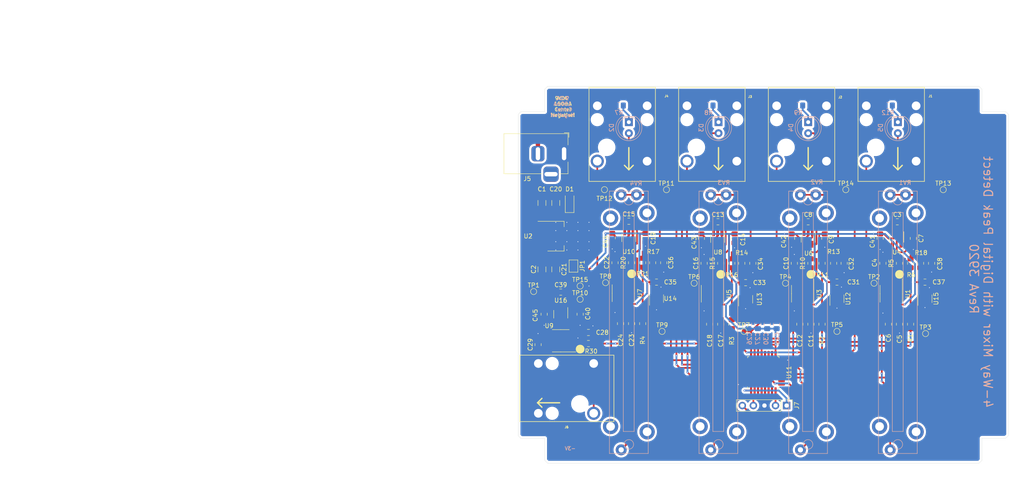
<source format=kicad_pcb>
(kicad_pcb (version 20171130) (host pcbnew 5.1.6-c6e7f7d~87~ubuntu18.04.1)
  (layers (0 F.Cu signal) (31 B.Cu signal) (34 B.Paste user) (35 F.Paste user) (36 B.SilkS user) (37 F.SilkS user) (38 B.Mask user) (39 F.Mask user) (44 Edge.Cuts user))
  (net 0 "")
  (net 1 GNDS)
  (net 2 /PowerSupply/+9V_IN)
  (net 3 /OutputStage/SIGNAL_OUTPUT)
  (net 4 /OutputStage/SIGNAL_INPUT)
  (net 5 "Net-(R6-Pad2)")
  (net 6 "Net-(R10-Pad2)")
  (net 7 "Net-(R13-Pad2)")
  (net 8 "Net-(R14-Pad2)")
  (net 9 "Net-(R16-Pad2)")
  (net 10 "Net-(R18-Pad2)")
  (net 11 "Net-(R20-Pad2)")
  (net 12 "Net-(C3-Pad1)")
  (net 13 +3V3)
  (net 14 "Net-(C6-Pad2)")
  (net 15 "Net-(C12-Pad2)")
  (net 16 "Net-(C15-Pad1)")
  (net 17 "Net-(C18-Pad2)")
  (net 18 "Net-(C24-Pad2)")
  (net 19 /InputBuffer1/SIGNAL_INPUT)
  (net 20 "Net-(R5-Pad2)")
  (net 21 "Net-(R11-Pad2)")
  (net 22 "Net-(R15-Pad2)")
  (net 23 "Net-(R17-Pad2)")
  (net 24 "Net-(R21-Pad2)")
  (net 25 "Net-(U9-Pad7)")
  (net 26 "Net-(U9-Pad6)")
  (net 27 "Net-(U9-Pad5)")
  (net 28 /InputBuffer2/SIGNAL_INPUT)
  (net 29 /InputBuffer3/SIGNAL_INPUT)
  (net 30 /InputBuffer4/SIGNAL_INPUT)
  (net 31 "Net-(C1-Pad1)")
  (net 32 "Net-(C2-Pad1)")
  (net 33 "Net-(C3-Pad2)")
  (net 34 /InputBuffer1/NEG3VIN)
  (net 35 /PEAK_IN_BUF1)
  (net 36 "Net-(C8-Pad2)")
  (net 37 "Net-(C8-Pad1)")
  (net 38 /InputBuffer2/NEG3VIN)
  (net 39 /PEAK_IN_BUF2)
  (net 40 "Net-(C13-Pad2)")
  (net 41 "Net-(C13-Pad1)")
  (net 42 /InputBuffer3/NEG3VIN)
  (net 43 "Net-(C15-Pad2)")
  (net 44 /PEAK_IN_BUF3)
  (net 45 /InputBuffer4/NEG3VIN)
  (net 46 /PEAK_IN_BUF4)
  (net 47 /OutputStage/NEG3VIN)
  (net 48 /PeakDetectorMCU/PEAK_IN_ADC2)
  (net 49 /PeakDetectorMCU/PEAK_IN_ADC3)
  (net 50 /PeakDetectorMCU/PEAK_IN_ADC4)
  (net 51 /PeakDetectorMCU/PEAK_IN_ADC1)
  (net 52 "Net-(C39-Pad2)")
  (net 53 "Net-(C39-Pad1)")
  (net 54 /PeakDetectorMCU/PEAK_OUT_PWM4)
  (net 55 "Net-(D2-Pad1)")
  (net 56 /PeakDetectorMCU/PEAK_OUT_PWM3)
  (net 57 "Net-(D3-Pad1)")
  (net 58 /PeakDetectorMCU/PEAK_OUT_PWM2)
  (net 59 "Net-(D4-Pad1)")
  (net 60 /PeakDetectorMCU/PEAK_OUT_PWM1)
  (net 61 "Net-(D5-Pad1)")
  (net 62 /PeakDetectorMCU/NRST)
  (net 63 /PeakDetectorMCU/SYS_SWDIO)
  (net 64 /PeakDetectorMCU/SYS_SWCLK)
  (net 65 "Net-(U11-Pad30)")
  (net 66 "Net-(U11-Pad29)")
  (net 67 "Net-(U11-Pad26)")
  (net 68 "Net-(U11-Pad25)")
  (net 69 "Net-(U11-Pad22)")
  (net 70 "Net-(U11-Pad21)")
  (net 71 "Net-(U11-Pad20)")
  (net 72 "Net-(U11-Pad11)")
  (net 73 "Net-(U11-Pad10)")
  (net 74 "Net-(U11-Pad3)")
  (net 75 "Net-(U11-Pad2)")
  (net 76 "Net-(U11-Pad19)")
  (net 77 "Net-(U11-Pad18)")
  (net 78 "Net-(U11-Pad13)")
  (net 79 "Net-(U11-Pad12)")
  (module TestPoint:TestPoint_Pad_D1.0mm (layer F.Cu) (at 56.388 100.33)
    (fp_text reference TP15 (at 0 -1.448) (layer F.SilkS))
    (fp_text value TestPoint)
    (pad 1 smd circle (at 0 0) (size 1 1) (layers F.Cu F.Mask) (net 1 GNDS))
  )
  (module TestPoint:TestPoint_Pad_D1.0mm (layer F.Cu) (at 117.348 78.232)
    (fp_text reference TP14 (at 0 -1.448) (layer F.SilkS))
    (fp_text value TestPoint)
    (pad 1 smd circle (at 0 0) (size 1 1) (layers F.Cu F.Mask) (net 58 /PeakDetectorMCU/PEAK_OUT_PWM2))
  )
  (module TestPoint:TestPoint_Pad_D1.0mm (layer F.Cu) (at 139.7 78.232)
    (fp_text reference TP13 (at 0 -1.448) (layer F.SilkS))
    (fp_text value TestPoint)
    (pad 1 smd circle (at 0 0) (size 1 1) (layers F.Cu F.Mask) (net 60 /PeakDetectorMCU/PEAK_OUT_PWM1))
  )
  (module TestPoint:TestPoint_Pad_D1.0mm (layer F.Cu) (at 61.976 78.232)
    (fp_text reference TP12 (at 0 2.032) (layer F.SilkS))
    (fp_text value TestPoint)
    (pad 1 smd circle (at 0 0) (size 1 1) (layers F.Cu F.Mask) (net 54 /PeakDetectorMCU/PEAK_OUT_PWM4))
  )
  (module TestPoint:TestPoint_Pad_D1.0mm (layer F.Cu) (at 76.2 78.232)
    (fp_text reference TP11 (at 0 -1.448) (layer F.SilkS))
    (fp_text value TestPoint)
    (pad 1 smd circle (at 0 0) (size 1 1) (layers F.Cu F.Mask) (net 56 /PeakDetectorMCU/PEAK_OUT_PWM3))
  )
  (module TestPoint:TestPoint_Pad_D1.0mm (layer F.Cu) (at 75.184 110.744)
    (fp_text reference TP9 (at 0 -1.448) (layer F.SilkS))
    (fp_text value TestPoint)
    (pad 1 smd circle (at 0 0) (size 1 1) (layers F.Cu F.Mask) (net 50 /PeakDetectorMCU/PEAK_IN_ADC4))
  )
  (module TestPoint:TestPoint_Pad_D1.0mm (layer F.Cu) (at 93.98 110.744)
    (fp_text reference TP7 (at 0 -1.448) (layer F.SilkS))
    (fp_text value TestPoint)
    (pad 1 smd circle (at 0 0) (size 1 1) (layers F.Cu F.Mask) (net 49 /PeakDetectorMCU/PEAK_IN_ADC3))
  )
  (module TestPoint:TestPoint_Pad_D1.0mm (layer F.Cu) (at 115.316 110.744)
    (fp_text reference TP5 (at 0 -1.526) (layer F.SilkS))
    (fp_text value TestPoint)
    (pad 1 smd circle (at 0 0) (size 1 1) (layers F.Cu F.Mask) (net 48 /PeakDetectorMCU/PEAK_IN_ADC2))
  )
  (module TestPoint:TestPoint_Pad_D1.0mm (layer F.Cu) (at 135.636 111.252)
    (fp_text reference TP3 (at 0 -1.448) (layer F.SilkS))
    (fp_text value TestPoint)
    (pad 1 smd circle (at 0 0) (size 1 1) (layers F.Cu F.Mask) (net 51 /PeakDetectorMCU/PEAK_IN_ADC1))
  )
  (module TestPoint:TestPoint_Pad_D1.0mm (layer F.Cu) (at 45.72 101.6)
    (fp_text reference TP1 (at 0 -1.448) (layer F.SilkS))
    (fp_text value TestPoint)
    (pad 1 smd circle (at 0 0) (size 1 1) (layers F.Cu F.Mask) (net 13 +3V3))
  )
  (module TestPoint:TestPoint_Pad_D1.0mm (layer F.Cu) (at 56.388 103.378)
    (fp_text reference TP10 (at 0 -1.448) (layer F.SilkS))
    (fp_text value TestPoint)
    (pad 1 smd circle (at 0 0) (size 1 1) (layers F.Cu F.Mask) (net 47 /OutputStage/NEG3VIN))
  )
  (module TestPoint:TestPoint_Pad_D1.0mm (layer F.Cu) (at 62.23 99.568)
    (fp_text reference TP8 (at 0 -1.448) (layer F.SilkS))
    (fp_text value TestPoint)
    (pad 1 smd circle (at 0 0) (size 1 1) (layers F.Cu F.Mask) (net 45 /InputBuffer4/NEG3VIN))
  )
  (module TestPoint:TestPoint_Pad_D1.0mm (layer F.Cu) (at 82.55 99.695)
    (fp_text reference TP6 (at 0 -1.448) (layer F.SilkS))
    (fp_text value TestPoint)
    (pad 1 smd circle (at 0 0) (size 1 1) (layers F.Cu F.Mask) (net 42 /InputBuffer3/NEG3VIN))
  )
  (module TestPoint:TestPoint_Pad_D1.0mm (layer F.Cu) (at 103.505 99.695)
    (fp_text reference TP4 (at 0 -1.448) (layer F.SilkS))
    (fp_text value TestPoint)
    (pad 1 smd circle (at 0 0) (size 1 1) (layers F.Cu F.Mask) (net 38 /InputBuffer2/NEG3VIN))
  )
  (module TestPoint:TestPoint_Pad_D1.0mm (layer F.Cu) (at 123.825 99.695)
    (fp_text reference TP2 (at 0 -1.448) (layer F.SilkS))
    (fp_text value TestPoint)
    (pad 1 smd circle (at 0 0) (size 1 1) (layers F.Cu F.Mask) (net 34 /InputBuffer1/NEG3VIN))
  )
  (module Package_TO_SOT_SMD:SOT-23-5 (layer F.Cu) (at 73.914 103.219 90)
    (fp_text reference U14 (at 0 3.175 180) (layer F.SilkS))
    (fp_text value MCP601-xOT)
    (pad 5 smd rect (at 1.1 -0.95 90) (size 1.06 0.65) (layers F.Cu F.Paste F.Mask) (net 13 +3V3))
    (pad 4 smd rect (at 1.1 0.95 90) (size 1.06 0.65) (layers F.Cu F.Paste F.Mask) (net 23 "Net-(R17-Pad2)"))
    (pad 3 smd rect (at -1.1 0.95 90) (size 1.06 0.65) (layers F.Cu F.Paste F.Mask) (net 46 /PEAK_IN_BUF4))
    (pad 2 smd rect (at -1.1 0 90) (size 1.06 0.65) (layers F.Cu F.Paste F.Mask) (net 1 GNDS))
    (pad 1 smd rect (at -1.1 -0.95 90) (size 1.06 0.65) (layers F.Cu F.Paste F.Mask) (net 23 "Net-(R17-Pad2)"))
  )
  (module Package_TO_SOT_SMD:SOT-23-5_HandSoldering (layer F.Cu) (at 67.564 89.281 270)
    (fp_text reference U10 (at 3.175 0 180) (layer F.SilkS))
    (fp_text value TPS60400)
    (pad 5 smd rect (at 1.35 -0.95 270) (size 1.56 0.65) (layers F.Cu F.Paste F.Mask) (net 43 "Net-(C15-Pad2)"))
    (pad 4 smd rect (at 1.35 0.95 270) (size 1.56 0.65) (layers F.Cu F.Paste F.Mask) (net 1 GNDS))
    (pad 3 smd rect (at -1.35 0.95 270) (size 1.56 0.65) (layers F.Cu F.Paste F.Mask) (net 16 "Net-(C15-Pad1)"))
    (pad 2 smd rect (at -1.35 0 270) (size 1.56 0.65) (layers F.Cu F.Paste F.Mask) (net 13 +3V3))
    (pad 1 smd rect (at -1.35 -0.95 270) (size 1.56 0.65) (layers F.Cu F.Paste F.Mask) (net 45 /InputBuffer4/NEG3VIN))
  )
  (module Capacitor_SMD:C_0805_2012Metric_Pad1.15x1.40mm_HandSolder (layer F.Cu) (at 71.374 89.281 270)
    (fp_text reference C19 (at 0.127 -1.778 90) (layer F.SilkS))
    (fp_text value 1uF)
    (pad 2 smd roundrect (at 1.025 0 270) (size 1.15 1.4) (layers F.Cu F.Paste F.Mask) (roundrect_rratio 0.217391) (net 1 GNDS))
    (pad 1 smd roundrect (at -1.025 0 270) (size 1.15 1.4) (layers F.Cu F.Paste F.Mask) (roundrect_rratio 0.217391) (net 45 /InputBuffer4/NEG3VIN))
  )
  (module Capacitor_SMD:C_0805_2012Metric_Pad1.15x1.40mm_HandSolder (layer F.Cu) (at 67.564 85.471)
    (fp_text reference C15 (at 0 -1.65) (layer F.SilkS))
    (fp_text value 1uF)
    (pad 2 smd roundrect (at 1.025 0) (size 1.15 1.4) (layers F.Cu F.Paste F.Mask) (roundrect_rratio 0.217391) (net 43 "Net-(C15-Pad2)"))
    (pad 1 smd roundrect (at -1.025 0) (size 1.15 1.4) (layers F.Cu F.Paste F.Mask) (roundrect_rratio 0.217391) (net 16 "Net-(C15-Pad1)"))
  )
  (module Capacitor_SMD:C_0805_2012Metric_Pad1.15x1.40mm_HandSolder (layer F.Cu) (at 63.754 89.281 270)
    (fp_text reference C44 (at 0.889 1.524 90) (layer F.SilkS))
    (fp_text value 1uF)
    (pad 2 smd roundrect (at 1.025 0 270) (size 1.15 1.4) (layers F.Cu F.Paste F.Mask) (roundrect_rratio 0.217391) (net 1 GNDS))
    (pad 1 smd roundrect (at -1.025 0 270) (size 1.15 1.4) (layers F.Cu F.Paste F.Mask) (roundrect_rratio 0.217391) (net 13 +3V3))
  )
  (module Capacitor_SMD:C_0805_2012Metric_Pad1.15x1.40mm_HandSolder (layer F.Cu) (at 48.133 106.807 270)
    (fp_text reference C45 (at 0.254 2.032 90) (layer F.SilkS))
    (fp_text value 1uF)
    (pad 2 smd roundrect (at 1.025 0 270) (size 1.15 1.4) (layers F.Cu F.Paste F.Mask) (roundrect_rratio 0.217391) (net 1 GNDS))
    (pad 1 smd roundrect (at -1.025 0 270) (size 1.15 1.4) (layers F.Cu F.Paste F.Mask) (roundrect_rratio 0.217391) (net 13 +3V3))
  )
  (module Capacitor_SMD:C_0805_2012Metric_Pad1.15x1.40mm_HandSolder (layer F.Cu) (at 84.201 89.408 270)
    (fp_text reference C43 (at 1.016 1.651 90) (layer F.SilkS))
    (fp_text value 1uF)
    (pad 2 smd roundrect (at 1.025 0 270) (size 1.15 1.4) (layers F.Cu F.Paste F.Mask) (roundrect_rratio 0.217391) (net 1 GNDS))
    (pad 1 smd roundrect (at -1.025 0 270) (size 1.15 1.4) (layers F.Cu F.Paste F.Mask) (roundrect_rratio 0.217391) (net 13 +3V3))
  )
  (module Capacitor_SMD:C_0805_2012Metric_Pad1.15x1.40mm_HandSolder (layer F.Cu) (at 104.902 89.408 270)
    (fp_text reference C42 (at 0.762 1.778 90) (layer F.SilkS))
    (fp_text value 1uF)
    (pad 2 smd roundrect (at 1.025 0 270) (size 1.15 1.4) (layers F.Cu F.Paste F.Mask) (roundrect_rratio 0.217391) (net 1 GNDS))
    (pad 1 smd roundrect (at -1.025 0 270) (size 1.15 1.4) (layers F.Cu F.Paste F.Mask) (roundrect_rratio 0.217391) (net 13 +3V3))
  )
  (module Capacitor_SMD:C_0805_2012Metric_Pad1.15x1.40mm_HandSolder (layer F.Cu) (at 125.222 89.408 270)
    (fp_text reference C41 (at 0.762 1.778 90) (layer F.SilkS))
    (fp_text value 1uF)
    (pad 2 smd roundrect (at 1.025 0 270) (size 1.15 1.4) (layers F.Cu F.Paste F.Mask) (roundrect_rratio 0.217391) (net 1 GNDS))
    (pad 1 smd roundrect (at -1.025 0 270) (size 1.15 1.4) (layers F.Cu F.Paste F.Mask) (roundrect_rratio 0.217391) (net 13 +3V3))
  )
  (module Hammond1590:1590BB (layer F.Cu) (at 98.425 97.79 270)
    (fp_text reference REF** hide)
    (fp_text value 1590BB)
  )
  (module Package_TO_SOT_SMD:SOT-23-5_HandSoldering (layer F.Cu) (at 51.943 106.807 270)
    (fp_text reference U16 (at -3.175 0 180) (layer F.SilkS))
    (fp_text value TPS60400)
    (pad 5 smd rect (at 1.35 -0.95 270) (size 1.56 0.65) (layers F.Cu F.Paste F.Mask) (net 52 "Net-(C39-Pad2)"))
    (pad 4 smd rect (at 1.35 0.95 270) (size 1.56 0.65) (layers F.Cu F.Paste F.Mask) (net 1 GNDS))
    (pad 3 smd rect (at -1.35 0.95 270) (size 1.56 0.65) (layers F.Cu F.Paste F.Mask) (net 53 "Net-(C39-Pad1)"))
    (pad 2 smd rect (at -1.35 0 270) (size 1.56 0.65) (layers F.Cu F.Paste F.Mask) (net 13 +3V3))
    (pad 1 smd rect (at -1.35 -0.95 270) (size 1.56 0.65) (layers F.Cu F.Paste F.Mask) (net 47 /OutputStage/NEG3VIN))
  )
  (module Package_TO_SOT_SMD:SOT-23-5 (layer F.Cu) (at 135.509 103.251 90)
    (fp_text reference U15 (at 0 2.54 90) (layer F.SilkS))
    (fp_text value MCP601-xOT)
    (pad 5 smd rect (at 1.1 -0.95 90) (size 1.06 0.65) (layers F.Cu F.Paste F.Mask) (net 13 +3V3))
    (pad 4 smd rect (at 1.1 0.95 90) (size 1.06 0.65) (layers F.Cu F.Paste F.Mask) (net 10 "Net-(R18-Pad2)"))
    (pad 3 smd rect (at -1.1 0.95 90) (size 1.06 0.65) (layers F.Cu F.Paste F.Mask) (net 35 /PEAK_IN_BUF1))
    (pad 2 smd rect (at -1.1 0 90) (size 1.06 0.65) (layers F.Cu F.Paste F.Mask) (net 1 GNDS))
    (pad 1 smd rect (at -1.1 -0.95 90) (size 1.06 0.65) (layers F.Cu F.Paste F.Mask) (net 10 "Net-(R18-Pad2)"))
  )
  (module Package_TO_SOT_SMD:SOT-23-5 (layer F.Cu) (at 94.361 103.378 90)
    (fp_text reference U13 (at 0 3.175 90) (layer F.SilkS))
    (fp_text value MCP601-xOT)
    (pad 5 smd rect (at 1.1 -0.95 90) (size 1.06 0.65) (layers F.Cu F.Paste F.Mask) (net 13 +3V3))
    (pad 4 smd rect (at 1.1 0.95 90) (size 1.06 0.65) (layers F.Cu F.Paste F.Mask) (net 8 "Net-(R14-Pad2)"))
    (pad 3 smd rect (at -1.1 0.95 90) (size 1.06 0.65) (layers F.Cu F.Paste F.Mask) (net 44 /PEAK_IN_BUF3))
    (pad 2 smd rect (at -1.1 0 90) (size 1.06 0.65) (layers F.Cu F.Paste F.Mask) (net 1 GNDS))
    (pad 1 smd rect (at -1.1 -0.95 90) (size 1.06 0.65) (layers F.Cu F.Paste F.Mask) (net 8 "Net-(R14-Pad2)"))
  )
  (module Package_TO_SOT_SMD:SOT-23-5 (layer F.Cu) (at 115.316 103.251 90)
    (fp_text reference U12 (at 0 2.54 90) (layer F.SilkS))
    (fp_text value MCP601-xOT)
    (pad 5 smd rect (at 1.1 -0.95 90) (size 1.06 0.65) (layers F.Cu F.Paste F.Mask) (net 13 +3V3))
    (pad 4 smd rect (at 1.1 0.95 90) (size 1.06 0.65) (layers F.Cu F.Paste F.Mask) (net 7 "Net-(R13-Pad2)"))
    (pad 3 smd rect (at -1.1 0.95 90) (size 1.06 0.65) (layers F.Cu F.Paste F.Mask) (net 39 /PEAK_IN_BUF2))
    (pad 2 smd rect (at -1.1 0 90) (size 1.06 0.65) (layers F.Cu F.Paste F.Mask) (net 1 GNDS))
    (pad 1 smd rect (at -1.1 -0.95 90) (size 1.06 0.65) (layers F.Cu F.Paste F.Mask) (net 7 "Net-(R13-Pad2)"))
  )
  (module Package_QFP:LQFP-32_7x7mm_P0.8mm (layer F.Cu) (at 98.425 120.142 270)
    (fp_text reference U11 (at 0 -5.88 90) (layer F.SilkS))
    (fp_text value STM32F051K8Tx)
    (pad 32 smd roundrect (at -2.8 -4.175 270) (size 0.5 1.5) (layers F.Cu F.Paste F.Mask) (net 1 GNDS))
    (pad 31 smd roundrect (at -2 -4.175 270) (size 0.5 1.5) (layers F.Cu F.Paste F.Mask) (net 1 GNDS))
    (pad 30 smd roundrect (at -1.2 -4.175 270) (size 0.5 1.5) (layers F.Cu F.Paste F.Mask) (net 65 "Net-(U11-Pad30)"))
    (pad 29 smd roundrect (at -0.4 -4.175 270) (size 0.5 1.5) (layers F.Cu F.Paste F.Mask) (net 66 "Net-(U11-Pad29)"))
    (pad 28 smd roundrect (at 0.4 -4.175 270) (size 0.5 1.5) (layers F.Cu F.Paste F.Mask) (net 58 /PeakDetectorMCU/PEAK_OUT_PWM2))
    (pad 27 smd roundrect (at 1.2 -4.175 270) (size 0.5 1.5) (layers F.Cu F.Paste F.Mask) (net 60 /PeakDetectorMCU/PEAK_OUT_PWM1))
    (pad 26 smd roundrect (at 2 -4.175 270) (size 0.5 1.5) (layers F.Cu F.Paste F.Mask) (net 67 "Net-(U11-Pad26)"))
    (pad 25 smd roundrect (at 2.8 -4.175 270) (size 0.5 1.5) (layers F.Cu F.Paste F.Mask) (net 68 "Net-(U11-Pad25)"))
    (pad 24 smd roundrect (at 4.175 -2.8 270) (size 1.5 0.5) (layers F.Cu F.Paste F.Mask) (net 64 /PeakDetectorMCU/SYS_SWCLK))
    (pad 23 smd roundrect (at 4.175 -2 270) (size 1.5 0.5) (layers F.Cu F.Paste F.Mask) (net 63 /PeakDetectorMCU/SYS_SWDIO))
    (pad 22 smd roundrect (at 4.175 -1.2 270) (size 1.5 0.5) (layers F.Cu F.Paste F.Mask) (net 69 "Net-(U11-Pad22)"))
    (pad 21 smd roundrect (at 4.175 -0.4 270) (size 1.5 0.5) (layers F.Cu F.Paste F.Mask) (net 70 "Net-(U11-Pad21)"))
    (pad 20 smd roundrect (at 4.175 0.4 270) (size 1.5 0.5) (layers F.Cu F.Paste F.Mask) (net 71 "Net-(U11-Pad20)"))
    (pad 19 smd roundrect (at 4.175 1.2 270) (size 1.5 0.5) (layers F.Cu F.Paste F.Mask) (net 76 "Net-(U11-Pad19)"))
    (pad 18 smd roundrect (at 4.175 2 270) (size 1.5 0.5) (layers F.Cu F.Paste F.Mask) (net 77 "Net-(U11-Pad18)"))
    (pad 17 smd roundrect (at 4.175 2.8 270) (size 1.5 0.5) (layers F.Cu F.Paste F.Mask) (net 13 +3V3))
    (pad 16 smd roundrect (at 2.8 4.175 270) (size 0.5 1.5) (layers F.Cu F.Paste F.Mask) (net 1 GNDS))
    (pad 15 smd roundrect (at 2 4.175 270) (size 0.5 1.5) (layers F.Cu F.Paste F.Mask) (net 54 /PeakDetectorMCU/PEAK_OUT_PWM4))
    (pad 14 smd roundrect (at 1.2 4.175 270) (size 0.5 1.5) (layers F.Cu F.Paste F.Mask) (net 56 /PeakDetectorMCU/PEAK_OUT_PWM3))
    (pad 13 smd roundrect (at 0.4 4.175 270) (size 0.5 1.5) (layers F.Cu F.Paste F.Mask) (net 78 "Net-(U11-Pad13)"))
    (pad 12 smd roundrect (at -0.4 4.175 270) (size 0.5 1.5) (layers F.Cu F.Paste F.Mask) (net 79 "Net-(U11-Pad12)"))
    (pad 11 smd roundrect (at -1.2 4.175 270) (size 0.5 1.5) (layers F.Cu F.Paste F.Mask) (net 72 "Net-(U11-Pad11)"))
    (pad 10 smd roundrect (at -2 4.175 270) (size 0.5 1.5) (layers F.Cu F.Paste F.Mask) (net 73 "Net-(U11-Pad10)"))
    (pad 9 smd roundrect (at -2.8 4.175 270) (size 0.5 1.5) (layers F.Cu F.Paste F.Mask) (net 50 /PeakDetectorMCU/PEAK_IN_ADC4))
    (pad 8 smd roundrect (at -4.175 2.8 270) (size 1.5 0.5) (layers F.Cu F.Paste F.Mask) (net 49 /PeakDetectorMCU/PEAK_IN_ADC3))
    (pad 7 smd roundrect (at -4.175 2 270) (size 1.5 0.5) (layers F.Cu F.Paste F.Mask) (net 48 /PeakDetectorMCU/PEAK_IN_ADC2))
    (pad 6 smd roundrect (at -4.175 1.2 270) (size 1.5 0.5) (layers F.Cu F.Paste F.Mask) (net 51 /PeakDetectorMCU/PEAK_IN_ADC1))
    (pad 5 smd roundrect (at -4.175 0.4 270) (size 1.5 0.5) (layers F.Cu F.Paste F.Mask) (net 13 +3V3))
    (pad 4 smd roundrect (at -4.175 -0.4 270) (size 1.5 0.5) (layers F.Cu F.Paste F.Mask) (net 62 /PeakDetectorMCU/NRST))
    (pad 3 smd roundrect (at -4.175 -1.2 270) (size 1.5 0.5) (layers F.Cu F.Paste F.Mask) (net 74 "Net-(U11-Pad3)"))
    (pad 2 smd roundrect (at -4.175 -2 270) (size 1.5 0.5) (layers F.Cu F.Paste F.Mask) (net 75 "Net-(U11-Pad2)"))
    (pad 1 smd roundrect (at -4.175 -2.8 270) (size 1.5 0.5) (layers F.Cu F.Paste F.Mask) (net 13 +3V3))
  )
  (module Package_TO_SOT_SMD:SOT-23-5_HandSoldering (layer F.Cu) (at 87.947 89.462 270)
    (fp_text reference U8 (at 3.121 -0.064) (layer F.SilkS))
    (fp_text value TPS60400)
    (pad 5 smd rect (at 1.35 -0.95 270) (size 1.56 0.65) (layers F.Cu F.Paste F.Mask) (net 40 "Net-(C13-Pad2)"))
    (pad 4 smd rect (at 1.35 0.95 270) (size 1.56 0.65) (layers F.Cu F.Paste F.Mask) (net 1 GNDS))
    (pad 3 smd rect (at -1.35 0.95 270) (size 1.56 0.65) (layers F.Cu F.Paste F.Mask) (net 41 "Net-(C13-Pad1)"))
    (pad 2 smd rect (at -1.35 0 270) (size 1.56 0.65) (layers F.Cu F.Paste F.Mask) (net 13 +3V3))
    (pad 1 smd rect (at -1.35 -0.95 270) (size 1.56 0.65) (layers F.Cu F.Paste F.Mask) (net 42 /InputBuffer3/NEG3VIN))
  )
  (module Package_TO_SOT_SMD:SOT-23-5_HandSoldering (layer F.Cu) (at 108.712 89.408 270)
    (fp_text reference U6 (at 3.425 -0.097) (layer F.SilkS))
    (fp_text value TPS60400)
    (pad 5 smd rect (at 1.35 -0.95 270) (size 1.56 0.65) (layers F.Cu F.Paste F.Mask) (net 36 "Net-(C8-Pad2)"))
    (pad 4 smd rect (at 1.35 0.95 270) (size 1.56 0.65) (layers F.Cu F.Paste F.Mask) (net 1 GNDS))
    (pad 3 smd rect (at -1.35 0.95 270) (size 1.56 0.65) (layers F.Cu F.Paste F.Mask) (net 37 "Net-(C8-Pad1)"))
    (pad 2 smd rect (at -1.35 0 270) (size 1.56 0.65) (layers F.Cu F.Paste F.Mask) (net 13 +3V3))
    (pad 1 smd rect (at -1.35 -0.95 270) (size 1.56 0.65) (layers F.Cu F.Paste F.Mask) (net 38 /InputBuffer2/NEG3VIN))
  )
  (module Package_TO_SOT_SMD:SOT-23-5_HandSoldering (layer F.Cu) (at 129.032 89.408 270)
    (fp_text reference U4 (at 3.175 0) (layer F.SilkS))
    (fp_text value TPS60400)
    (pad 5 smd rect (at 1.35 -0.95 270) (size 1.56 0.65) (layers F.Cu F.Paste F.Mask) (net 33 "Net-(C3-Pad2)"))
    (pad 4 smd rect (at 1.35 0.95 270) (size 1.56 0.65) (layers F.Cu F.Paste F.Mask) (net 1 GNDS))
    (pad 3 smd rect (at -1.35 0.95 270) (size 1.56 0.65) (layers F.Cu F.Paste F.Mask) (net 12 "Net-(C3-Pad1)"))
    (pad 2 smd rect (at -1.35 0 270) (size 1.56 0.65) (layers F.Cu F.Paste F.Mask) (net 13 +3V3))
    (pad 1 smd rect (at -1.35 -0.95 270) (size 1.56 0.65) (layers F.Cu F.Paste F.Mask) (net 34 /InputBuffer1/NEG3VIN))
  )
  (module Package_TO_SOT_SMD:SOT-223-3_TabPin2 (layer F.Cu) (at 50.8 88.9)
    (fp_text reference U2 (at -6.35 0) (layer F.SilkS))
    (fp_text value MCP1703A-3302_SOT223)
    (pad 1 smd rect (at -3.15 -2.3) (size 2 1.5) (layers F.Cu F.Paste F.Mask) (net 31 "Net-(C1-Pad1)"))
    (pad 3 smd rect (at -3.15 2.3) (size 2 1.5) (layers F.Cu F.Paste F.Mask) (net 32 "Net-(C2-Pad1)"))
    (pad 2 smd rect (at -3.15 0) (size 2 1.5) (layers F.Cu F.Paste F.Mask) (net 1 GNDS))
    (pad 2 smd rect (at 3.15 0) (size 2 3.8) (layers F.Cu F.Paste F.Mask) (net 1 GNDS))
  )
  (module Resistor_SMD:R_0805_2012Metric_Pad1.15x1.40mm_HandSolder (layer F.Cu) (at 134.493 95.123 270)
    (fp_text reference R18 (at -2.413 -0.127 180) (layer F.SilkS))
    (fp_text value 50R)
    (pad 2 smd roundrect (at 1.025 0 270) (size 1.15 1.4) (layers F.Cu F.Paste F.Mask) (roundrect_rratio 0.217391) (net 10 "Net-(R18-Pad2)"))
    (pad 1 smd roundrect (at -1.025 0 270) (size 1.15 1.4) (layers F.Cu F.Paste F.Mask) (roundrect_rratio 0.217391) (net 51 /PeakDetectorMCU/PEAK_IN_ADC1))
  )
  (module Resistor_SMD:R_0805_2012Metric_Pad1.15x1.40mm_HandSolder (layer F.Cu) (at 73.025 94.996 270)
    (fp_text reference R17 (at -2.54 -0.127 180) (layer F.SilkS))
    (fp_text value 50R)
    (pad 2 smd roundrect (at 1.025 0 270) (size 1.15 1.4) (layers F.Cu F.Paste F.Mask) (roundrect_rratio 0.217391) (net 23 "Net-(R17-Pad2)"))
    (pad 1 smd roundrect (at -1.025 0 270) (size 1.15 1.4) (layers F.Cu F.Paste F.Mask) (roundrect_rratio 0.217391) (net 50 /PeakDetectorMCU/PEAK_IN_ADC4))
  )
  (module Resistor_SMD:R_0805_2012Metric_Pad1.15x1.40mm_HandSolder (layer F.Cu) (at 93.472 95.123 270)
    (fp_text reference R14 (at -2.413 0 180) (layer F.SilkS))
    (fp_text value 50R)
    (pad 2 smd roundrect (at 1.025 0 270) (size 1.15 1.4) (layers F.Cu F.Paste F.Mask) (roundrect_rratio 0.217391) (net 8 "Net-(R14-Pad2)"))
    (pad 1 smd roundrect (at -1.025 0 270) (size 1.15 1.4) (layers F.Cu F.Paste F.Mask) (roundrect_rratio 0.217391) (net 49 /PeakDetectorMCU/PEAK_IN_ADC3))
  )
  (module Resistor_SMD:R_0805_2012Metric_Pad1.15x1.40mm_HandSolder (layer F.Cu) (at 114.554 95.123 270)
    (fp_text reference R13 (at -2.667 0 180) (layer F.SilkS))
    (fp_text value 50R)
    (pad 2 smd roundrect (at 1.025 0 270) (size 1.15 1.4) (layers F.Cu F.Paste F.Mask) (roundrect_rratio 0.217391) (net 7 "Net-(R13-Pad2)"))
    (pad 1 smd roundrect (at -1.025 0 270) (size 1.15 1.4) (layers F.Cu F.Paste F.Mask) (roundrect_rratio 0.217391) (net 48 /PeakDetectorMCU/PEAK_IN_ADC2))
  )
  (module Resistor_SMD:R_0805_2012Metric_Pad1.15x1.40mm_HandSolder (layer B.Cu) (at 127 58.928)
    (fp_text reference R12 (at 0 1.65) (layer B.SilkS) (effects (justify mirror)))
    (fp_text value R)
    (pad 2 smd roundrect (at 1.025 0) (size 1.15 1.4) (layers B.Cu B.Paste B.Mask) (roundrect_rratio 0.217391) (net 61 "Net-(D5-Pad1)"))
    (pad 1 smd roundrect (at -1.025 0) (size 1.15 1.4) (layers B.Cu B.Paste B.Mask) (roundrect_rratio 0.217391) (net 1 GNDS))
  )
  (module Resistor_SMD:R_0805_2012Metric_Pad1.15x1.40mm_HandSolder (layer B.Cu) (at 106.426 58.928)
    (fp_text reference R9 (at 0 1.65) (layer B.SilkS) (effects (justify mirror)))
    (fp_text value R)
    (pad 2 smd roundrect (at 1.025 0) (size 1.15 1.4) (layers B.Cu B.Paste B.Mask) (roundrect_rratio 0.217391) (net 59 "Net-(D4-Pad1)"))
    (pad 1 smd roundrect (at -1.025 0) (size 1.15 1.4) (layers B.Cu B.Paste B.Mask) (roundrect_rratio 0.217391) (net 1 GNDS))
  )
  (module Resistor_SMD:R_0805_2012Metric_Pad1.15x1.40mm_HandSolder (layer B.Cu) (at 85.852 58.928)
    (fp_text reference R8 (at 0 1.65) (layer B.SilkS) (effects (justify mirror)))
    (fp_text value R)
    (pad 2 smd roundrect (at 1.025 0) (size 1.15 1.4) (layers B.Cu B.Paste B.Mask) (roundrect_rratio 0.217391) (net 57 "Net-(D3-Pad1)"))
    (pad 1 smd roundrect (at -1.025 0) (size 1.15 1.4) (layers B.Cu B.Paste B.Mask) (roundrect_rratio 0.217391) (net 1 GNDS))
  )
  (module Resistor_SMD:R_0805_2012Metric_Pad1.15x1.40mm_HandSolder (layer B.Cu) (at 65.278 58.928)
    (fp_text reference R7 (at 0 1.65) (layer B.SilkS) (effects (justify mirror)))
    (fp_text value R)
    (pad 2 smd roundrect (at 1.025 0) (size 1.15 1.4) (layers B.Cu B.Paste B.Mask) (roundrect_rratio 0.217391) (net 55 "Net-(D2-Pad1)"))
    (pad 1 smd roundrect (at -1.025 0) (size 1.15 1.4) (layers B.Cu B.Paste B.Mask) (roundrect_rratio 0.217391) (net 1 GNDS))
  )
  (module Jumper:SolderJumper-2_P1.3mm_Open_Pad1.0x1.5mm (layer F.Cu) (at 54.864 95.758 270)
    (fp_text reference JP1 (at 0 -2.032 90) (layer F.SilkS))
    (fp_text value Jumper_NO_Small)
    (pad 1 smd rect (at -0.65 0 270) (size 1 1.5) (layers F.Cu F.Mask) (net 32 "Net-(C2-Pad1)"))
    (pad 2 smd rect (at 0.65 0 270) (size 1 1.5) (layers F.Cu F.Mask) (net 13 +3V3))
  )
  (module Connector_PinHeader_2.54mm:PinHeader_1x05_P2.54mm_Vertical (layer F.Cu) (at 103.759 127.762 270)
    (fp_text reference J7 (at 0 -2.33 90) (layer F.SilkS))
    (fp_text value Conn_01x05)
    (pad 5 thru_hole oval (at 0 10.16 270) (size 1.7 1.7) (drill 1) (layers *.Cu *.Mask) (net 62 /PeakDetectorMCU/NRST))
    (pad 4 thru_hole oval (at 0 7.62 270) (size 1.7 1.7) (drill 1) (layers *.Cu *.Mask) (net 63 /PeakDetectorMCU/SYS_SWDIO))
    (pad 3 thru_hole oval (at 0 5.08 270) (size 1.7 1.7) (drill 1) (layers *.Cu *.Mask) (net 1 GNDS))
    (pad 2 thru_hole oval (at 0 2.54 270) (size 1.7 1.7) (drill 1) (layers *.Cu *.Mask) (net 64 /PeakDetectorMCU/SYS_SWCLK))
    (pad 1 thru_hole rect (at 0 0 270) (size 1.7 1.7) (drill 1) (layers *.Cu *.Mask) (net 13 +3V3))
  )
  (module LED_THT:LED_D5.0mm (layer B.Cu) (at 129.286 62.738 270)
    (fp_text reference D5 (at 1.27 3.96 90) (layer B.SilkS) (effects (justify mirror)))
    (fp_text value LED)
    (pad 2 thru_hole circle (at 2.54 0 270) (size 1.8 1.8) (drill 0.9) (layers *.Cu *.Mask) (net 60 /PeakDetectorMCU/PEAK_OUT_PWM1))
    (pad 1 thru_hole rect (at 0 0 270) (size 1.8 1.8) (drill 0.9) (layers *.Cu *.Mask) (net 61 "Net-(D5-Pad1)"))
  )
  (module LED_THT:LED_D5.0mm (layer B.Cu) (at 108.712 62.738 270)
    (fp_text reference D4 (at 1.27 3.96 90) (layer B.SilkS) (effects (justify mirror)))
    (fp_text value LED)
    (pad 2 thru_hole circle (at 2.54 0 270) (size 1.8 1.8) (drill 0.9) (layers *.Cu *.Mask) (net 58 /PeakDetectorMCU/PEAK_OUT_PWM2))
    (pad 1 thru_hole rect (at 0 0 270) (size 1.8 1.8) (drill 0.9) (layers *.Cu *.Mask) (net 59 "Net-(D4-Pad1)"))
  )
  (module LED_THT:LED_D5.0mm (layer B.Cu) (at 88.138 62.738 270)
    (fp_text reference D3 (at 1.27 3.96 90) (layer B.SilkS) (effects (justify mirror)))
    (fp_text value LED)
    (pad 2 thru_hole circle (at 2.54 0 270) (size 1.8 1.8) (drill 0.9) (layers *.Cu *.Mask) (net 56 /PeakDetectorMCU/PEAK_OUT_PWM3))
    (pad 1 thru_hole rect (at 0 0 270) (size 1.8 1.8) (drill 0.9) (layers *.Cu *.Mask) (net 57 "Net-(D3-Pad1)"))
  )
  (module LED_THT:LED_D5.0mm (layer B.Cu) (at 67.564 62.738 270)
    (fp_text reference D2 (at 1.27 3.96 90) (layer B.SilkS) (effects (justify mirror)))
    (fp_text value LED)
    (pad 2 thru_hole circle (at 2.54 0 270) (size 1.8 1.8) (drill 0.9) (layers *.Cu *.Mask) (net 54 /PeakDetectorMCU/PEAK_OUT_PWM4))
    (pad 1 thru_hole rect (at 0 0 270) (size 1.8 1.8) (drill 0.9) (layers *.Cu *.Mask) (net 55 "Net-(D2-Pad1)"))
  )
  (module Capacitor_SMD:C_0805_2012Metric_Pad1.15x1.40mm_HandSolder (layer F.Cu) (at 56.388 106.807 270)
    (fp_text reference C40 (at -0.127 -1.778 90) (layer F.SilkS))
    (fp_text value 1uF)
    (pad 2 smd roundrect (at 1.025 0 270) (size 1.15 1.4) (layers F.Cu F.Paste F.Mask) (roundrect_rratio 0.217391) (net 1 GNDS))
    (pad 1 smd roundrect (at -1.025 0 270) (size 1.15 1.4) (layers F.Cu F.Paste F.Mask) (roundrect_rratio 0.217391) (net 47 /OutputStage/NEG3VIN))
  )
  (module Capacitor_SMD:C_0805_2012Metric_Pad1.15x1.40mm_HandSolder (layer F.Cu) (at 51.943 101.727)
    (fp_text reference C39 (at 0 -1.65) (layer F.SilkS))
    (fp_text value 1uF)
    (pad 2 smd roundrect (at 1.025 0) (size 1.15 1.4) (layers F.Cu F.Paste F.Mask) (roundrect_rratio 0.217391) (net 52 "Net-(C39-Pad2)"))
    (pad 1 smd roundrect (at -1.025 0) (size 1.15 1.4) (layers F.Cu F.Paste F.Mask) (roundrect_rratio 0.217391) (net 53 "Net-(C39-Pad1)"))
  )
  (module Capacitor_SMD:C_0805_2012Metric_Pad1.15x1.40mm_HandSolder (layer F.Cu) (at 137.033 95.123 270)
    (fp_text reference C38 (at 0.127 -1.905 90) (layer F.SilkS))
    (fp_text value 100nF)
    (pad 2 smd roundrect (at 1.025 0 270) (size 1.15 1.4) (layers F.Cu F.Paste F.Mask) (roundrect_rratio 0.217391) (net 1 GNDS))
    (pad 1 smd roundrect (at -1.025 0 270) (size 1.15 1.4) (layers F.Cu F.Paste F.Mask) (roundrect_rratio 0.217391) (net 51 /PeakDetectorMCU/PEAK_IN_ADC1))
  )
  (module Capacitor_SMD:C_0805_2012Metric_Pad1.15x1.40mm_HandSolder (layer F.Cu) (at 135.509 99.441)
    (fp_text reference C37 (at 3.175 0) (layer F.SilkS))
    (fp_text value 100nF)
    (pad 2 smd roundrect (at 1.025 0) (size 1.15 1.4) (layers F.Cu F.Paste F.Mask) (roundrect_rratio 0.217391) (net 1 GNDS))
    (pad 1 smd roundrect (at -1.025 0) (size 1.15 1.4) (layers F.Cu F.Paste F.Mask) (roundrect_rratio 0.217391) (net 13 +3V3))
  )
  (module Capacitor_SMD:C_0805_2012Metric_Pad1.15x1.40mm_HandSolder (layer F.Cu) (at 75.565 94.996 270)
    (fp_text reference C36 (at 0 -1.651 270) (layer F.SilkS))
    (fp_text value 100nF)
    (pad 2 smd roundrect (at 1.025 0 270) (size 1.15 1.4) (layers F.Cu F.Paste F.Mask) (roundrect_rratio 0.217391) (net 1 GNDS))
    (pad 1 smd roundrect (at -1.025 0 270) (size 1.15 1.4) (layers F.Cu F.Paste F.Mask) (roundrect_rratio 0.217391) (net 50 /PeakDetectorMCU/PEAK_IN_ADC4))
  )
  (module Capacitor_SMD:C_0805_2012Metric_Pad1.15x1.40mm_HandSolder (layer F.Cu) (at 73.914 99.441)
    (fp_text reference C35 (at 3.175 0) (layer F.SilkS))
    (fp_text value 100nF)
    (pad 2 smd roundrect (at 1.025 0) (size 1.15 1.4) (layers F.Cu F.Paste F.Mask) (roundrect_rratio 0.217391) (net 1 GNDS))
    (pad 1 smd roundrect (at -1.025 0) (size 1.15 1.4) (layers F.Cu F.Paste F.Mask) (roundrect_rratio 0.217391) (net 13 +3V3))
  )
  (module Capacitor_SMD:C_0805_2012Metric_Pad1.15x1.40mm_HandSolder (layer F.Cu) (at 96.012 95.123 270)
    (fp_text reference C34 (at 0.127 -1.778 90) (layer F.SilkS))
    (fp_text value 100nF)
    (pad 2 smd roundrect (at 1.025 0 270) (size 1.15 1.4) (layers F.Cu F.Paste F.Mask) (roundrect_rratio 0.217391) (net 1 GNDS))
    (pad 1 smd roundrect (at -1.025 0 270) (size 1.15 1.4) (layers F.Cu F.Paste F.Mask) (roundrect_rratio 0.217391) (net 49 /PeakDetectorMCU/PEAK_IN_ADC3))
  )
  (module Capacitor_SMD:C_0805_2012Metric_Pad1.15x1.40mm_HandSolder (layer F.Cu) (at 94.361 99.568)
    (fp_text reference C33 (at 3.175 0) (layer F.SilkS))
    (fp_text value 100nF)
    (pad 2 smd roundrect (at 1.025 0) (size 1.15 1.4) (layers F.Cu F.Paste F.Mask) (roundrect_rratio 0.217391) (net 1 GNDS))
    (pad 1 smd roundrect (at -1.025 0) (size 1.15 1.4) (layers F.Cu F.Paste F.Mask) (roundrect_rratio 0.217391) (net 13 +3V3))
  )
  (module Capacitor_SMD:C_0805_2012Metric_Pad1.15x1.40mm_HandSolder (layer F.Cu) (at 116.967 95.123 270)
    (fp_text reference C32 (at 0.127 -1.651 90) (layer F.SilkS))
    (fp_text value 100nF)
    (pad 2 smd roundrect (at 1.025 0 270) (size 1.15 1.4) (layers F.Cu F.Paste F.Mask) (roundrect_rratio 0.217391) (net 1 GNDS))
    (pad 1 smd roundrect (at -1.025 0 270) (size 1.15 1.4) (layers F.Cu F.Paste F.Mask) (roundrect_rratio 0.217391) (net 48 /PeakDetectorMCU/PEAK_IN_ADC2))
  )
  (module Capacitor_SMD:C_0805_2012Metric_Pad1.15x1.40mm_HandSolder (layer F.Cu) (at 115.316 99.441)
    (fp_text reference C31 (at 3.81 0) (layer F.SilkS))
    (fp_text value 100nF)
    (pad 2 smd roundrect (at 1.025 0) (size 1.15 1.4) (layers F.Cu F.Paste F.Mask) (roundrect_rratio 0.217391) (net 1 GNDS))
    (pad 1 smd roundrect (at -1.025 0) (size 1.15 1.4) (layers F.Cu F.Paste F.Mask) (roundrect_rratio 0.217391) (net 13 +3V3))
  )
  (module Capacitor_SMD:C_0805_2012Metric_Pad1.15x1.40mm_HandSolder (layer B.Cu) (at 99.314 109.093 90)
    (fp_text reference C30 (at -3.302 -0.254 90) (layer B.SilkS) (effects (justify mirror)))
    (fp_text value 100nF)
    (pad 2 smd roundrect (at 1.025 0 90) (size 1.15 1.4) (layers B.Cu B.Paste B.Mask) (roundrect_rratio 0.217391) (net 1 GNDS))
    (pad 1 smd roundrect (at -1.025 0 90) (size 1.15 1.4) (layers B.Cu B.Paste B.Mask) (roundrect_rratio 0.217391) (net 13 +3V3))
  )
  (module Capacitor_SMD:C_0805_2012Metric_Pad1.15x1.40mm_HandSolder (layer B.Cu) (at 97.155 109.093 90)
    (fp_text reference C27 (at -3.302 0 90) (layer B.SilkS) (effects (justify mirror)))
    (fp_text value 100nF)
    (pad 2 smd roundrect (at 1.025 0 90) (size 1.15 1.4) (layers B.Cu B.Paste B.Mask) (roundrect_rratio 0.217391) (net 1 GNDS))
    (pad 1 smd roundrect (at -1.025 0 90) (size 1.15 1.4) (layers B.Cu B.Paste B.Mask) (roundrect_rratio 0.217391) (net 13 +3V3))
  )
  (module Capacitor_SMD:C_0805_2012Metric_Pad1.15x1.40mm_HandSolder (layer B.Cu) (at 94.996 109.093 90)
    (fp_text reference C26 (at -3.302 0.254 90) (layer B.SilkS) (effects (justify mirror)))
    (fp_text value 100nF)
    (pad 2 smd roundrect (at 1.025 0 90) (size 1.15 1.4) (layers B.Cu B.Paste B.Mask) (roundrect_rratio 0.217391) (net 1 GNDS))
    (pad 1 smd roundrect (at -1.025 0 90) (size 1.15 1.4) (layers B.Cu B.Paste B.Mask) (roundrect_rratio 0.217391) (net 13 +3V3))
  )
  (module Capacitor_SMD:C_0805_2012Metric_Pad1.15x1.40mm_HandSolder (layer B.Cu) (at 101.473 109.093 90)
    (fp_text reference C25 (at -3.302 0.127 90) (layer B.SilkS) (effects (justify mirror)))
    (fp_text value 1uF)
    (pad 2 smd roundrect (at 1.025 0 90) (size 1.15 1.4) (layers B.Cu B.Paste B.Mask) (roundrect_rratio 0.217391) (net 1 GNDS))
    (pad 1 smd roundrect (at -1.025 0 90) (size 1.15 1.4) (layers B.Cu B.Paste B.Mask) (roundrect_rratio 0.217391) (net 13 +3V3))
  )
  (module Capacitor_SMD:C_1206_3216Metric_Pad1.42x1.75mm_HandSolder (layer F.Cu) (at 50.8 96.52 270)
    (fp_text reference C21 (at 0 -1.905 90) (layer F.SilkS))
    (fp_text value 100nF)
    (pad 2 smd roundrect (at 1.4875 0 270) (size 1.425 1.75) (layers F.Cu F.Paste F.Mask) (roundrect_rratio 0.175439) (net 1 GNDS))
    (pad 1 smd roundrect (at -1.4875 0 270) (size 1.425 1.75) (layers F.Cu F.Paste F.Mask) (roundrect_rratio 0.175439) (net 32 "Net-(C2-Pad1)"))
  )
  (module Capacitor_SMD:C_1206_3216Metric_Pad1.42x1.75mm_HandSolder (layer F.Cu) (at 50.8 81.28 90)
    (fp_text reference C20 (at 3.175 0 180) (layer F.SilkS))
    (fp_text value 1uF)
    (pad 2 smd roundrect (at 1.4875 0 90) (size 1.425 1.75) (layers F.Cu F.Paste F.Mask) (roundrect_rratio 0.175439) (net 1 GNDS))
    (pad 1 smd roundrect (at -1.4875 0 90) (size 1.425 1.75) (layers F.Cu F.Paste F.Mask) (roundrect_rratio 0.175439) (net 31 "Net-(C1-Pad1)"))
  )
  (module Capacitor_SMD:C_0805_2012Metric_Pad1.15x1.40mm_HandSolder (layer F.Cu) (at 91.821 89.408 270)
    (fp_text reference C14 (at 0.254 -1.905 90) (layer F.SilkS))
    (fp_text value 1uF)
    (pad 2 smd roundrect (at 1.025 0 270) (size 1.15 1.4) (layers F.Cu F.Paste F.Mask) (roundrect_rratio 0.217391) (net 1 GNDS))
    (pad 1 smd roundrect (at -1.025 0 270) (size 1.15 1.4) (layers F.Cu F.Paste F.Mask) (roundrect_rratio 0.217391) (net 42 /InputBuffer3/NEG3VIN))
  )
  (module Capacitor_SMD:C_0805_2012Metric_Pad1.15x1.40mm_HandSolder (layer F.Cu) (at 88.011 85.598)
    (fp_text reference C13 (at 0 -1.65) (layer F.SilkS))
    (fp_text value 1uF)
    (pad 2 smd roundrect (at 1.025 0) (size 1.15 1.4) (layers F.Cu F.Paste F.Mask) (roundrect_rratio 0.217391) (net 40 "Net-(C13-Pad2)"))
    (pad 1 smd roundrect (at -1.025 0) (size 1.15 1.4) (layers F.Cu F.Paste F.Mask) (roundrect_rratio 0.217391) (net 41 "Net-(C13-Pad1)"))
  )
  (module Capacitor_SMD:C_0805_2012Metric_Pad1.15x1.40mm_HandSolder (layer F.Cu) (at 112.522 89.408 270)
    (fp_text reference C9 (at 0.254 -1.524 270) (layer F.SilkS))
    (fp_text value 1uF)
    (pad 2 smd roundrect (at 1.025 0 270) (size 1.15 1.4) (layers F.Cu F.Paste F.Mask) (roundrect_rratio 0.217391) (net 1 GNDS))
    (pad 1 smd roundrect (at -1.025 0 270) (size 1.15 1.4) (layers F.Cu F.Paste F.Mask) (roundrect_rratio 0.217391) (net 38 /InputBuffer2/NEG3VIN))
  )
  (module Capacitor_SMD:C_0805_2012Metric_Pad1.15x1.40mm_HandSolder (layer F.Cu) (at 108.712 85.598)
    (fp_text reference C8 (at 0 -1.65) (layer F.SilkS))
    (fp_text value 1uF)
    (pad 2 smd roundrect (at 1.025 0) (size 1.15 1.4) (layers F.Cu F.Paste F.Mask) (roundrect_rratio 0.217391) (net 36 "Net-(C8-Pad2)"))
    (pad 1 smd roundrect (at -1.025 0) (size 1.15 1.4) (layers F.Cu F.Paste F.Mask) (roundrect_rratio 0.217391) (net 37 "Net-(C8-Pad1)"))
  )
  (module Capacitor_SMD:C_0805_2012Metric_Pad1.15x1.40mm_HandSolder (layer F.Cu) (at 132.842 89.408 270)
    (fp_text reference C7 (at 0 -1.778 270) (layer F.SilkS))
    (fp_text value 1uF)
    (pad 2 smd roundrect (at 1.025 0 270) (size 1.15 1.4) (layers F.Cu F.Paste F.Mask) (roundrect_rratio 0.217391) (net 1 GNDS))
    (pad 1 smd roundrect (at -1.025 0 270) (size 1.15 1.4) (layers F.Cu F.Paste F.Mask) (roundrect_rratio 0.217391) (net 34 /InputBuffer1/NEG3VIN))
  )
  (module Capacitor_SMD:C_0805_2012Metric_Pad1.15x1.40mm_HandSolder (layer F.Cu) (at 129.159 85.598)
    (fp_text reference C3 (at 0 -1.65) (layer F.SilkS))
    (fp_text value 1uF)
    (pad 2 smd roundrect (at 1.025 0) (size 1.15 1.4) (layers F.Cu F.Paste F.Mask) (roundrect_rratio 0.217391) (net 33 "Net-(C3-Pad2)"))
    (pad 1 smd roundrect (at -1.025 0) (size 1.15 1.4) (layers F.Cu F.Paste F.Mask) (roundrect_rratio 0.217391) (net 12 "Net-(C3-Pad1)"))
  )
  (module Resistor_SMD:R_0805_2012Metric_Pad1.15x1.40mm_HandSolder (layer F.Cu) (at 132.207 109.093 90)
    (fp_text reference R1 (at -3.175 0 270) (layer F.SilkS))
    (fp_text value 10K)
    (pad 2 smd roundrect (at 1.025 0 90) (size 1.15 1.4) (layers F.Cu F.Paste F.Mask) (roundrect_rratio 0.217391) (net 35 /PEAK_IN_BUF1))
    (pad 1 smd roundrect (at -1.025 0 90) (size 1.15 1.4) (layers F.Cu F.Paste F.Mask) (roundrect_rratio 0.217391) (net 4 /OutputStage/SIGNAL_INPUT))
  )
  (module Bourn_PTA_Slider:Slider_PTA4543_60MM (layer B.Cu) (at 88.1126 108.6612 270)
    (fp_text reference RV3 (at -32.0294 -1.2446 180) (layer B.SilkS) (effects (justify mirror)))
    (fp_text value 1K)
    (pad 1 thru_hole circle (at -29.2354 1.7526 270) (size 2.5 2.5) (drill 1.2) (layers *.Cu *.Mask) (net 9 "Net-(R16-Pad2)"))
    (pad 2 thru_hole circle (at -29.2354 -1.7526 270) (size 2.5 2.5) (drill 1.2) (layers *.Cu *.Mask) (net 9 "Net-(R16-Pad2)"))
    (pad 3 thru_hole circle (at 29.2608 1.7526 270) (size 2.5 2.5) (drill 1.2) (layers *.Cu *.Mask) (net 17 "Net-(C18-Pad2)"))
    (pad "" thru_hole circle (at -23.9014 4.191 270) (size 3.5 3.5) (drill 2) (layers *.Cu *.Mask))
    (pad "" thru_hole circle (at -25.0952 -4.1656 270) (size 3.5 3.5) (drill 2) (layers *.Cu *.Mask))
    (pad "" thru_hole circle (at 23.9014 4.191 270) (size 3.5 3.5) (drill 2) (layers *.Cu *.Mask))
    (pad "" thru_hole circle (at 25.1206 -4.191 270) (size 3.5 3.5) (drill 2) (layers *.Cu *.Mask))
  )
  (module Bourn_PTA_Slider:Slider_PTA4543_60MM (layer B.Cu) (at 67.564 108.6612 270)
    (fp_text reference RV4 (at -31.877 -1.651 180) (layer B.SilkS) (effects (justify mirror)))
    (fp_text value 1K)
    (pad 1 thru_hole circle (at -29.2354 1.7526 270) (size 2.5 2.5) (drill 1.2) (layers *.Cu *.Mask) (net 24 "Net-(R21-Pad2)"))
    (pad 2 thru_hole circle (at -29.2354 -1.7526 270) (size 2.5 2.5) (drill 1.2) (layers *.Cu *.Mask) (net 24 "Net-(R21-Pad2)"))
    (pad 3 thru_hole circle (at 29.2608 1.7526 270) (size 2.5 2.5) (drill 1.2) (layers *.Cu *.Mask) (net 18 "Net-(C24-Pad2)"))
    (pad "" thru_hole circle (at -23.9014 4.191 270) (size 3.5 3.5) (drill 2) (layers *.Cu *.Mask))
    (pad "" thru_hole circle (at -25.0952 -4.1656 270) (size 3.5 3.5) (drill 2) (layers *.Cu *.Mask))
    (pad "" thru_hole circle (at 23.9014 4.191 270) (size 3.5 3.5) (drill 2) (layers *.Cu *.Mask))
    (pad "" thru_hole circle (at 25.1206 -4.191 270) (size 3.5 3.5) (drill 2) (layers *.Cu *.Mask))
  )
  (module Bourn_PTA_Slider:Slider_PTA4543_60MM (layer B.Cu) (at 108.6866 108.6612 270)
    (fp_text reference RV2 (at -32.1564 -2.0066 180) (layer B.SilkS) (effects (justify mirror)))
    (fp_text value 1K)
    (pad 1 thru_hole circle (at -29.2354 1.7526 270) (size 2.5 2.5) (drill 1.2) (layers *.Cu *.Mask) (net 21 "Net-(R11-Pad2)"))
    (pad 2 thru_hole circle (at -29.2354 -1.7526 270) (size 2.5 2.5) (drill 1.2) (layers *.Cu *.Mask) (net 21 "Net-(R11-Pad2)"))
    (pad 3 thru_hole circle (at 29.2608 1.7526 270) (size 2.5 2.5) (drill 1.2) (layers *.Cu *.Mask) (net 15 "Net-(C12-Pad2)"))
    (pad "" thru_hole circle (at -23.9014 4.191 270) (size 3.5 3.5) (drill 2) (layers *.Cu *.Mask))
    (pad "" thru_hole circle (at -25.0952 -4.1656 270) (size 3.5 3.5) (drill 2) (layers *.Cu *.Mask))
    (pad "" thru_hole circle (at 23.9014 4.191 270) (size 3.5 3.5) (drill 2) (layers *.Cu *.Mask))
    (pad "" thru_hole circle (at 25.1206 -4.191 270) (size 3.5 3.5) (drill 2) (layers *.Cu *.Mask))
  )
  (module Bourn_PTA_Slider:Slider_PTA4543_60MM (layer B.Cu) (at 129.286 108.6612 270)
    (fp_text reference RV1 (at -32.0294 -1.651 180) (layer B.SilkS) (effects (justify mirror)))
    (fp_text value 1K)
    (pad 1 thru_hole circle (at -29.2354 1.7526 270) (size 2.5 2.5) (drill 1.2) (layers *.Cu *.Mask) (net 5 "Net-(R6-Pad2)"))
    (pad 2 thru_hole circle (at -29.2354 -1.7526 270) (size 2.5 2.5) (drill 1.2) (layers *.Cu *.Mask) (net 5 "Net-(R6-Pad2)"))
    (pad 3 thru_hole circle (at 29.2608 1.7526 270) (size 2.5 2.5) (drill 1.2) (layers *.Cu *.Mask) (net 14 "Net-(C6-Pad2)"))
    (pad "" thru_hole circle (at -23.9014 4.191 270) (size 3.5 3.5) (drill 2) (layers *.Cu *.Mask))
    (pad "" thru_hole circle (at -25.0952 -4.1656 270) (size 3.5 3.5) (drill 2) (layers *.Cu *.Mask))
    (pad "" thru_hole circle (at 23.9014 4.191 270) (size 3.5 3.5) (drill 2) (layers *.Cu *.Mask))
    (pad "" thru_hole circle (at 25.1206 -4.191 270) (size 3.5 3.5) (drill 2) (layers *.Cu *.Mask))
  )
  (module Capacitor_SMD:C_0805_2012Metric_Pad1.15x1.40mm_HandSolder (layer F.Cu) (at 46.736 113.792 90)
    (fp_text reference C29 (at 0 -1.778 90) (layer F.SilkS))
    (fp_text value 100nF)
    (pad 2 smd roundrect (at 1.025 0 90) (size 1.15 1.4) (layers F.Cu F.Paste F.Mask) (roundrect_rratio 0.217391) (net 1 GNDS))
    (pad 1 smd roundrect (at -1.025 0 90) (size 1.15 1.4) (layers F.Cu F.Paste F.Mask) (roundrect_rratio 0.217391) (net 13 +3V3))
  )
  (module Capacitor_SMD:C_0805_2012Metric_Pad1.15x1.40mm_HandSolder (layer F.Cu) (at 58.293 110.998)
    (fp_text reference C28 (at 3.175 0) (layer F.SilkS))
    (fp_text value 100nF)
    (pad 2 smd roundrect (at 1.025 0) (size 1.15 1.4) (layers F.Cu F.Paste F.Mask) (roundrect_rratio 0.217391) (net 1 GNDS))
    (pad 1 smd roundrect (at -1.025 0) (size 1.15 1.4) (layers F.Cu F.Paste F.Mask) (roundrect_rratio 0.217391) (net 47 /OutputStage/NEG3VIN))
  )
  (module Package_SO:SOIC-8_3.9x4.9mm_P1.27mm (layer F.Cu) (at 51.943 112.903 180)
    (fp_text reference U9 (at 2.667 3.429) (layer F.SilkS))
    (fp_text value TL072)
    (pad 8 smd roundrect (at 2.475 -1.905 180) (size 1.95 0.6) (layers F.Cu F.Paste F.Mask) (net 13 +3V3))
    (pad 7 smd roundrect (at 2.475 -0.635 180) (size 1.95 0.6) (layers F.Cu F.Paste F.Mask) (net 25 "Net-(U9-Pad7)"))
    (pad 6 smd roundrect (at 2.475 0.635 180) (size 1.95 0.6) (layers F.Cu F.Paste F.Mask) (net 26 "Net-(U9-Pad6)"))
    (pad 5 smd roundrect (at 2.475 1.905 180) (size 1.95 0.6) (layers F.Cu F.Paste F.Mask) (net 27 "Net-(U9-Pad5)"))
    (pad 4 smd roundrect (at -2.475 1.905 180) (size 1.95 0.6) (layers F.Cu F.Paste F.Mask) (net 47 /OutputStage/NEG3VIN))
    (pad 3 smd roundrect (at -2.475 0.635 180) (size 1.95 0.6) (layers F.Cu F.Paste F.Mask) (net 1 GNDS))
    (pad 2 smd roundrect (at -2.475 -0.635 180) (size 1.95 0.6) (layers F.Cu F.Paste F.Mask) (net 4 /OutputStage/SIGNAL_INPUT))
    (pad 1 smd roundrect (at -2.475 -1.905 180) (size 1.95 0.6) (layers F.Cu F.Paste F.Mask) (net 3 /OutputStage/SIGNAL_OUTPUT))
  )
  (module Package_SO:SOIC-8_3.9x4.9mm_P1.27mm (layer F.Cu) (at 66.294 101.981 270)
    (fp_text reference U7 (at 0 -3.81 270) (layer F.SilkS))
    (fp_text value TL072)
    (pad 8 smd roundrect (at 2.475 -1.905 270) (size 1.95 0.6) (layers F.Cu F.Paste F.Mask) (net 13 +3V3))
    (pad 7 smd roundrect (at 2.475 -0.635 270) (size 1.95 0.6) (layers F.Cu F.Paste F.Mask) (net 46 /PEAK_IN_BUF4))
    (pad 6 smd roundrect (at 2.475 0.635 270) (size 1.95 0.6) (layers F.Cu F.Paste F.Mask) (net 18 "Net-(C24-Pad2)"))
    (pad 5 smd roundrect (at 2.475 1.905 270) (size 1.95 0.6) (layers F.Cu F.Paste F.Mask) (net 1 GNDS))
    (pad 4 smd roundrect (at -2.475 1.905 270) (size 1.95 0.6) (layers F.Cu F.Paste F.Mask) (net 45 /InputBuffer4/NEG3VIN))
    (pad 3 smd roundrect (at -2.475 0.635 270) (size 1.95 0.6) (layers F.Cu F.Paste F.Mask) (net 30 /InputBuffer4/SIGNAL_INPUT))
    (pad 2 smd roundrect (at -2.475 -0.635 270) (size 1.95 0.6) (layers F.Cu F.Paste F.Mask) (net 11 "Net-(R20-Pad2)"))
    (pad 1 smd roundrect (at -2.475 -1.905 270) (size 1.95 0.6) (layers F.Cu F.Paste F.Mask) (net 11 "Net-(R20-Pad2)"))
  )
  (module Package_SO:SOIC-8_3.9x4.9mm_P1.27mm (layer F.Cu) (at 86.741 102.108 270)
    (fp_text reference U5 (at 0 -3.81 270) (layer F.SilkS))
    (fp_text value TL072)
    (pad 8 smd roundrect (at 2.475 -1.905 270) (size 1.95 0.6) (layers F.Cu F.Paste F.Mask) (net 13 +3V3))
    (pad 7 smd roundrect (at 2.475 -0.635 270) (size 1.95 0.6) (layers F.Cu F.Paste F.Mask) (net 44 /PEAK_IN_BUF3))
    (pad 6 smd roundrect (at 2.475 0.635 270) (size 1.95 0.6) (layers F.Cu F.Paste F.Mask) (net 17 "Net-(C18-Pad2)"))
    (pad 5 smd roundrect (at 2.475 1.905 270) (size 1.95 0.6) (layers F.Cu F.Paste F.Mask) (net 1 GNDS))
    (pad 4 smd roundrect (at -2.475 1.905 270) (size 1.95 0.6) (layers F.Cu F.Paste F.Mask) (net 42 /InputBuffer3/NEG3VIN))
    (pad 3 smd roundrect (at -2.475 0.635 270) (size 1.95 0.6) (layers F.Cu F.Paste F.Mask) (net 29 /InputBuffer3/SIGNAL_INPUT))
    (pad 2 smd roundrect (at -2.475 -0.635 270) (size 1.95 0.6) (layers F.Cu F.Paste F.Mask) (net 22 "Net-(R15-Pad2)"))
    (pad 1 smd roundrect (at -2.475 -1.905 270) (size 1.95 0.6) (layers F.Cu F.Paste F.Mask) (net 22 "Net-(R15-Pad2)"))
  )
  (module Package_SO:SOIC-8_3.9x4.9mm_P1.27mm (layer F.Cu) (at 107.442 102.108 270)
    (fp_text reference U3 (at 0 -3.81 90) (layer F.SilkS))
    (fp_text value TL072)
    (pad 8 smd roundrect (at 2.475 -1.905 270) (size 1.95 0.6) (layers F.Cu F.Paste F.Mask) (net 13 +3V3))
    (pad 7 smd roundrect (at 2.475 -0.635 270) (size 1.95 0.6) (layers F.Cu F.Paste F.Mask) (net 39 /PEAK_IN_BUF2))
    (pad 6 smd roundrect (at 2.475 0.635 270) (size 1.95 0.6) (layers F.Cu F.Paste F.Mask) (net 15 "Net-(C12-Pad2)"))
    (pad 5 smd roundrect (at 2.475 1.905 270) (size 1.95 0.6) (layers F.Cu F.Paste F.Mask) (net 1 GNDS))
    (pad 4 smd roundrect (at -2.475 1.905 270) (size 1.95 0.6) (layers F.Cu F.Paste F.Mask) (net 38 /InputBuffer2/NEG3VIN))
    (pad 3 smd roundrect (at -2.475 0.635 270) (size 1.95 0.6) (layers F.Cu F.Paste F.Mask) (net 28 /InputBuffer2/SIGNAL_INPUT))
    (pad 2 smd roundrect (at -2.475 -0.635 270) (size 1.95 0.6) (layers F.Cu F.Paste F.Mask) (net 6 "Net-(R10-Pad2)"))
    (pad 1 smd roundrect (at -2.475 -1.905 270) (size 1.95 0.6) (layers F.Cu F.Paste F.Mask) (net 6 "Net-(R10-Pad2)"))
  )
  (module Package_SO:SOIC-8_3.9x4.9mm_P1.27mm (layer F.Cu) (at 127.762 102.108 270)
    (fp_text reference U1 (at 0 -3.81 270) (layer F.SilkS))
    (fp_text value TL072)
    (pad 8 smd roundrect (at 2.475 -1.905 270) (size 1.95 0.6) (layers F.Cu F.Paste F.Mask) (net 13 +3V3))
    (pad 7 smd roundrect (at 2.475 -0.635 270) (size 1.95 0.6) (layers F.Cu F.Paste F.Mask) (net 35 /PEAK_IN_BUF1))
    (pad 6 smd roundrect (at 2.475 0.635 270) (size 1.95 0.6) (layers F.Cu F.Paste F.Mask) (net 14 "Net-(C6-Pad2)"))
    (pad 5 smd roundrect (at 2.475 1.905 270) (size 1.95 0.6) (layers F.Cu F.Paste F.Mask) (net 1 GNDS))
    (pad 4 smd roundrect (at -2.475 1.905 270) (size 1.95 0.6) (layers F.Cu F.Paste F.Mask) (net 34 /InputBuffer1/NEG3VIN))
    (pad 3 smd roundrect (at -2.475 0.635 270) (size 1.95 0.6) (layers F.Cu F.Paste F.Mask) (net 19 /InputBuffer1/SIGNAL_INPUT))
    (pad 2 smd roundrect (at -2.475 -0.635 270) (size 1.95 0.6) (layers F.Cu F.Paste F.Mask) (net 20 "Net-(R5-Pad2)"))
    (pad 1 smd roundrect (at -2.475 -1.905 270) (size 1.95 0.6) (layers F.Cu F.Paste F.Mask) (net 20 "Net-(R5-Pad2)"))
  )
  (module Resistor_SMD:R_0805_2012Metric_Pad1.15x1.40mm_HandSolder (layer F.Cu) (at 58.293 113.538)
    (fp_text reference R30 (at 0.635 1.778) (layer F.SilkS))
    (fp_text value 10K)
    (pad 2 smd roundrect (at 1.025 0) (size 1.15 1.4) (layers F.Cu F.Paste F.Mask) (roundrect_rratio 0.217391) (net 3 /OutputStage/SIGNAL_OUTPUT))
    (pad 1 smd roundrect (at -1.025 0) (size 1.15 1.4) (layers F.Cu F.Paste F.Mask) (roundrect_rratio 0.217391) (net 4 /OutputStage/SIGNAL_INPUT))
  )
  (module Resistor_SMD:R_0805_2012Metric_Pad1.15x1.40mm_HandSolder (layer F.Cu) (at 70.739 94.996 90)
    (fp_text reference R21 (at -2.54 0 180) (layer F.SilkS))
    (fp_text value 100R)
    (pad 2 smd roundrect (at 1.025 0 90) (size 1.15 1.4) (layers F.Cu F.Paste F.Mask) (roundrect_rratio 0.217391) (net 24 "Net-(R21-Pad2)"))
    (pad 1 smd roundrect (at -1.025 0 90) (size 1.15 1.4) (layers F.Cu F.Paste F.Mask) (roundrect_rratio 0.217391) (net 46 /PEAK_IN_BUF4))
  )
  (module Resistor_SMD:R_0805_2012Metric_Pad1.15x1.40mm_HandSolder (layer F.Cu) (at 68.199 94.996 270)
    (fp_text reference R20 (at 0 1.905 90) (layer F.SilkS))
    (fp_text value 560R)
    (pad 2 smd roundrect (at 1.025 0 270) (size 1.15 1.4) (layers F.Cu F.Paste F.Mask) (roundrect_rratio 0.217391) (net 11 "Net-(R20-Pad2)"))
    (pad 1 smd roundrect (at -1.025 0 270) (size 1.15 1.4) (layers F.Cu F.Paste F.Mask) (roundrect_rratio 0.217391) (net 18 "Net-(C24-Pad2)"))
  )
  (module Resistor_SMD:R_0805_2012Metric_Pad1.15x1.40mm_HandSolder (layer F.Cu) (at 91.186 95.123 90)
    (fp_text reference R16 (at -2.667 0) (layer F.SilkS))
    (fp_text value 100R)
    (pad 2 smd roundrect (at 1.025 0 90) (size 1.15 1.4) (layers F.Cu F.Paste F.Mask) (roundrect_rratio 0.217391) (net 9 "Net-(R16-Pad2)"))
    (pad 1 smd roundrect (at -1.025 0 90) (size 1.15 1.4) (layers F.Cu F.Paste F.Mask) (roundrect_rratio 0.217391) (net 44 /PEAK_IN_BUF3))
  )
  (module Resistor_SMD:R_0805_2012Metric_Pad1.15x1.40mm_HandSolder (layer F.Cu) (at 88.646 95.123 270)
    (fp_text reference R15 (at 0 1.905 90) (layer F.SilkS))
    (fp_text value 560R)
    (pad 2 smd roundrect (at 1.025 0 270) (size 1.15 1.4) (layers F.Cu F.Paste F.Mask) (roundrect_rratio 0.217391) (net 22 "Net-(R15-Pad2)"))
    (pad 1 smd roundrect (at -1.025 0 270) (size 1.15 1.4) (layers F.Cu F.Paste F.Mask) (roundrect_rratio 0.217391) (net 17 "Net-(C18-Pad2)"))
  )
  (module Resistor_SMD:R_0805_2012Metric_Pad1.15x1.40mm_HandSolder (layer F.Cu) (at 111.887 95.123 90)
    (fp_text reference R11 (at -2.667 0.127 180) (layer F.SilkS))
    (fp_text value 100R)
    (pad 2 smd roundrect (at 1.025 0 90) (size 1.15 1.4) (layers F.Cu F.Paste F.Mask) (roundrect_rratio 0.217391) (net 21 "Net-(R11-Pad2)"))
    (pad 1 smd roundrect (at -1.025 0 90) (size 1.15 1.4) (layers F.Cu F.Paste F.Mask) (roundrect_rratio 0.217391) (net 39 /PEAK_IN_BUF2))
  )
  (module Resistor_SMD:R_0805_2012Metric_Pad1.15x1.40mm_HandSolder (layer F.Cu) (at 109.347 95.123 270)
    (fp_text reference R10 (at 0 1.905 270) (layer F.SilkS))
    (fp_text value 560R)
    (pad 2 smd roundrect (at 1.025 0 270) (size 1.15 1.4) (layers F.Cu F.Paste F.Mask) (roundrect_rratio 0.217391) (net 6 "Net-(R10-Pad2)"))
    (pad 1 smd roundrect (at -1.025 0 270) (size 1.15 1.4) (layers F.Cu F.Paste F.Mask) (roundrect_rratio 0.217391) (net 15 "Net-(C12-Pad2)"))
  )
  (module Resistor_SMD:R_0805_2012Metric_Pad1.15x1.40mm_HandSolder (layer F.Cu) (at 132.207 95.123 90)
    (fp_text reference R6 (at -2.667 0.127) (layer F.SilkS))
    (fp_text value 100R)
    (pad 2 smd roundrect (at 1.025 0 90) (size 1.15 1.4) (layers F.Cu F.Paste F.Mask) (roundrect_rratio 0.217391) (net 5 "Net-(R6-Pad2)"))
    (pad 1 smd roundrect (at -1.025 0 90) (size 1.15 1.4) (layers F.Cu F.Paste F.Mask) (roundrect_rratio 0.217391) (net 35 /PEAK_IN_BUF1))
  )
  (module Resistor_SMD:R_0805_2012Metric_Pad1.15x1.40mm_HandSolder (layer F.Cu) (at 129.667 95.123 270)
    (fp_text reference R5 (at 0 1.905 90) (layer F.SilkS))
    (fp_text value 560R)
    (pad 2 smd roundrect (at 1.025 0 270) (size 1.15 1.4) (layers F.Cu F.Paste F.Mask) (roundrect_rratio 0.217391) (net 20 "Net-(R5-Pad2)"))
    (pad 1 smd roundrect (at -1.025 0 270) (size 1.15 1.4) (layers F.Cu F.Paste F.Mask) (roundrect_rratio 0.217391) (net 14 "Net-(C6-Pad2)"))
  )
  (module Resistor_SMD:R_0805_2012Metric_Pad1.15x1.40mm_HandSolder (layer F.Cu) (at 70.739 108.966 90)
    (fp_text reference R4 (at -3.81 0 270) (layer F.SilkS))
    (fp_text value 10K)
    (pad 2 smd roundrect (at 1.025 0 90) (size 1.15 1.4) (layers F.Cu F.Paste F.Mask) (roundrect_rratio 0.217391) (net 46 /PEAK_IN_BUF4))
    (pad 1 smd roundrect (at -1.025 0 90) (size 1.15 1.4) (layers F.Cu F.Paste F.Mask) (roundrect_rratio 0.217391) (net 4 /OutputStage/SIGNAL_INPUT))
  )
  (module Resistor_SMD:R_0805_2012Metric_Pad1.15x1.40mm_HandSolder (layer F.Cu) (at 91.186 109.093 90)
    (fp_text reference R3 (at -3.81 0 270) (layer F.SilkS))
    (fp_text value 10K)
    (pad 2 smd roundrect (at 1.025 0 90) (size 1.15 1.4) (layers F.Cu F.Paste F.Mask) (roundrect_rratio 0.217391) (net 44 /PEAK_IN_BUF3))
    (pad 1 smd roundrect (at -1.025 0 90) (size 1.15 1.4) (layers F.Cu F.Paste F.Mask) (roundrect_rratio 0.217391) (net 4 /OutputStage/SIGNAL_INPUT))
  )
  (module Resistor_SMD:R_0805_2012Metric_Pad1.15x1.40mm_HandSolder (layer F.Cu) (at 111.887 109.093 90)
    (fp_text reference R2 (at -3.683 0 270) (layer F.SilkS))
    (fp_text value 10K)
    (pad 2 smd roundrect (at 1.025 0 90) (size 1.15 1.4) (layers F.Cu F.Paste F.Mask) (roundrect_rratio 0.217391) (net 39 /PEAK_IN_BUF2))
    (pad 1 smd roundrect (at -1.025 0 90) (size 1.15 1.4) (layers F.Cu F.Paste F.Mask) (roundrect_rratio 0.217391) (net 4 /OutputStage/SIGNAL_INPUT))
  )
  (module Diode_SMD:D_SOD-123F (layer F.Cu) (at 53.975 81.28 90)
    (fp_text reference D1 (at 3.175 0 180) (layer F.SilkS))
    (fp_text value B0520LW-RH)
    (pad 2 smd rect (at 1.4 0 90) (size 1.1 1.1) (layers F.Cu F.Paste F.Mask) (net 2 /PowerSupply/+9V_IN))
    (pad 1 smd rect (at -1.4 0 90) (size 1.1 1.1) (layers F.Cu F.Paste F.Mask) (net 31 "Net-(C1-Pad1)"))
  )
  (module Capacitor_SMD:C_0805_2012Metric_Pad1.15x1.40mm_HandSolder (layer F.Cu) (at 65.659 108.966 90)
    (fp_text reference C24 (at -3.81 0 90) (layer F.SilkS))
    (fp_text value 1nF)
    (pad 2 smd roundrect (at 1.025 0 90) (size 1.15 1.4) (layers F.Cu F.Paste F.Mask) (roundrect_rratio 0.217391) (net 18 "Net-(C24-Pad2)"))
    (pad 1 smd roundrect (at -1.025 0 90) (size 1.15 1.4) (layers F.Cu F.Paste F.Mask) (roundrect_rratio 0.217391) (net 46 /PEAK_IN_BUF4))
  )
  (module Capacitor_SMD:C_0805_2012Metric_Pad1.15x1.40mm_HandSolder (layer F.Cu) (at 68.199 108.966 270)
    (fp_text reference C23 (at 3.81 0 270) (layer F.SilkS))
    (fp_text value 100nF)
    (pad 2 smd roundrect (at 1.025 0 270) (size 1.15 1.4) (layers F.Cu F.Paste F.Mask) (roundrect_rratio 0.217391) (net 1 GNDS))
    (pad 1 smd roundrect (at -1.025 0 270) (size 1.15 1.4) (layers F.Cu F.Paste F.Mask) (roundrect_rratio 0.217391) (net 13 +3V3))
  )
  (module Capacitor_SMD:C_0805_2012Metric_Pad1.15x1.40mm_HandSolder (layer F.Cu) (at 64.389 94.996 90)
    (fp_text reference C22 (at 0 -1.905 90) (layer F.SilkS))
    (fp_text value 100nF)
    (pad 2 smd roundrect (at 1.025 0 90) (size 1.15 1.4) (layers F.Cu F.Paste F.Mask) (roundrect_rratio 0.217391) (net 1 GNDS))
    (pad 1 smd roundrect (at -1.025 0 90) (size 1.15 1.4) (layers F.Cu F.Paste F.Mask) (roundrect_rratio 0.217391) (net 45 /InputBuffer4/NEG3VIN))
  )
  (module Capacitor_SMD:C_0805_2012Metric_Pad1.15x1.40mm_HandSolder (layer F.Cu) (at 86.106 109.093 90)
    (fp_text reference C18 (at -3.81 0 90) (layer F.SilkS))
    (fp_text value 1nF)
    (pad 2 smd roundrect (at 1.025 0 90) (size 1.15 1.4) (layers F.Cu F.Paste F.Mask) (roundrect_rratio 0.217391) (net 17 "Net-(C18-Pad2)"))
    (pad 1 smd roundrect (at -1.025 0 90) (size 1.15 1.4) (layers F.Cu F.Paste F.Mask) (roundrect_rratio 0.217391) (net 44 /PEAK_IN_BUF3))
  )
  (module Capacitor_SMD:C_0805_2012Metric_Pad1.15x1.40mm_HandSolder (layer F.Cu) (at 88.646 109.093 270)
    (fp_text reference C17 (at 3.81 0 270) (layer F.SilkS))
    (fp_text value 100nF)
    (pad 2 smd roundrect (at 1.025 0 270) (size 1.15 1.4) (layers F.Cu F.Paste F.Mask) (roundrect_rratio 0.217391) (net 1 GNDS))
    (pad 1 smd roundrect (at -1.025 0 270) (size 1.15 1.4) (layers F.Cu F.Paste F.Mask) (roundrect_rratio 0.217391) (net 13 +3V3))
  )
  (module Capacitor_SMD:C_0805_2012Metric_Pad1.15x1.40mm_HandSolder (layer F.Cu) (at 84.836 95.123 90)
    (fp_text reference C16 (at 0 -1.905 270) (layer F.SilkS))
    (fp_text value 100nF)
    (pad 2 smd roundrect (at 1.025 0 90) (size 1.15 1.4) (layers F.Cu F.Paste F.Mask) (roundrect_rratio 0.217391) (net 1 GNDS))
    (pad 1 smd roundrect (at -1.025 0 90) (size 1.15 1.4) (layers F.Cu F.Paste F.Mask) (roundrect_rratio 0.217391) (net 42 /InputBuffer3/NEG3VIN))
  )
  (module Capacitor_SMD:C_0805_2012Metric_Pad1.15x1.40mm_HandSolder (layer F.Cu) (at 106.807 109.093 90)
    (fp_text reference C12 (at -3.81 0 270) (layer F.SilkS))
    (fp_text value 1nF)
    (pad 2 smd roundrect (at 1.025 0 90) (size 1.15 1.4) (layers F.Cu F.Paste F.Mask) (roundrect_rratio 0.217391) (net 15 "Net-(C12-Pad2)"))
    (pad 1 smd roundrect (at -1.025 0 90) (size 1.15 1.4) (layers F.Cu F.Paste F.Mask) (roundrect_rratio 0.217391) (net 39 /PEAK_IN_BUF2))
  )
  (module Capacitor_SMD:C_0805_2012Metric_Pad1.15x1.40mm_HandSolder (layer F.Cu) (at 109.347 109.093 270)
    (fp_text reference C11 (at 3.81 0 90) (layer F.SilkS))
    (fp_text value 100nF)
    (pad 2 smd roundrect (at 1.025 0 270) (size 1.15 1.4) (layers F.Cu F.Paste F.Mask) (roundrect_rratio 0.217391) (net 1 GNDS))
    (pad 1 smd roundrect (at -1.025 0 270) (size 1.15 1.4) (layers F.Cu F.Paste F.Mask) (roundrect_rratio 0.217391) (net 13 +3V3))
  )
  (module Capacitor_SMD:C_0805_2012Metric_Pad1.15x1.40mm_HandSolder (layer F.Cu) (at 105.537 95.123 90)
    (fp_text reference C10 (at 0 -1.905 90) (layer F.SilkS))
    (fp_text value 100nF)
    (pad 2 smd roundrect (at 1.025 0 90) (size 1.15 1.4) (layers F.Cu F.Paste F.Mask) (roundrect_rratio 0.217391) (net 1 GNDS))
    (pad 1 smd roundrect (at -1.025 0 90) (size 1.15 1.4) (layers F.Cu F.Paste F.Mask) (roundrect_rratio 0.217391) (net 38 /InputBuffer2/NEG3VIN))
  )
  (module Capacitor_SMD:C_0805_2012Metric_Pad1.15x1.40mm_HandSolder (layer F.Cu) (at 127.127 109.093 90)
    (fp_text reference C6 (at -3.175 0 90) (layer F.SilkS))
    (fp_text value 1nF)
    (pad 2 smd roundrect (at 1.025 0 90) (size 1.15 1.4) (layers F.Cu F.Paste F.Mask) (roundrect_rratio 0.217391) (net 14 "Net-(C6-Pad2)"))
    (pad 1 smd roundrect (at -1.025 0 90) (size 1.15 1.4) (layers F.Cu F.Paste F.Mask) (roundrect_rratio 0.217391) (net 35 /PEAK_IN_BUF1))
  )
  (module Capacitor_SMD:C_0805_2012Metric_Pad1.15x1.40mm_HandSolder (layer F.Cu) (at 129.667 109.093 270)
    (fp_text reference C5 (at 3.429 0 270) (layer F.SilkS))
    (fp_text value 100nF)
    (pad 2 smd roundrect (at 1.025 0 270) (size 1.15 1.4) (layers F.Cu F.Paste F.Mask) (roundrect_rratio 0.217391) (net 1 GNDS))
    (pad 1 smd roundrect (at -1.025 0 270) (size 1.15 1.4) (layers F.Cu F.Paste F.Mask) (roundrect_rratio 0.217391) (net 13 +3V3))
  )
  (module Capacitor_SMD:C_0805_2012Metric_Pad1.15x1.40mm_HandSolder (layer F.Cu) (at 125.857 95.123 90)
    (fp_text reference C4 (at 0.127 -1.905 270) (layer F.SilkS))
    (fp_text value 100nF)
    (pad 2 smd roundrect (at 1.025 0 90) (size 1.15 1.4) (layers F.Cu F.Paste F.Mask) (roundrect_rratio 0.217391) (net 1 GNDS))
    (pad 1 smd roundrect (at -1.025 0 90) (size 1.15 1.4) (layers F.Cu F.Paste F.Mask) (roundrect_rratio 0.217391) (net 34 /InputBuffer1/NEG3VIN))
  )
  (module Capacitor_SMD:C_1206_3216Metric_Pad1.42x1.75mm_HandSolder (layer F.Cu) (at 47.625 96.52 270)
    (fp_text reference C2 (at 0 1.905 90) (layer F.SilkS))
    (fp_text value 1uF)
    (pad 2 smd roundrect (at 1.4875 0 270) (size 1.425 1.75) (layers F.Cu F.Paste F.Mask) (roundrect_rratio 0.175439) (net 1 GNDS))
    (pad 1 smd roundrect (at -1.4875 0 270) (size 1.425 1.75) (layers F.Cu F.Paste F.Mask) (roundrect_rratio 0.175439) (net 32 "Net-(C2-Pad1)"))
  )
  (module Capacitor_SMD:C_1206_3216Metric_Pad1.42x1.75mm_HandSolder (layer F.Cu) (at 47.625 81.28 90)
    (fp_text reference C1 (at 3.175 0 180) (layer F.SilkS))
    (fp_text value 100nF)
    (pad 2 smd roundrect (at 1.4875 0 90) (size 1.425 1.75) (layers F.Cu F.Paste F.Mask) (roundrect_rratio 0.175439) (net 1 GNDS))
    (pad 1 smd roundrect (at -1.4875 0 90) (size 1.425 1.75) (layers F.Cu F.Paste F.Mask) (roundrect_rratio 0.175439) (net 31 "Net-(C1-Pad1)"))
  )
  (module NeutrikNRJ:NRJxHx (layer F.Cu) (at 66.04 65.532 90)
    (fp_text reference J4 (at 8.763 10.16 180) (layer F.SilkS) (effects (font (size 0.5 0.5) (thickness 0.125))))
    (fp_text value MonoJack2Switch)
    (pad 1 thru_hole circle (at -6.1595 -5.715 90) (size 3 3) (drill 2) (layers *.Cu *.Mask) (net 30 /InputBuffer4/SIGNAL_INPUT))
    (pad 2 thru_hole circle (at -6.1595 5.715 90) (size 3 3) (drill 2) (layers *.Cu *.Mask) (net 1 GNDS))
    (pad 3 thru_hole circle (at 6.5405 5.715 90) (size 3 3) (drill 2) (layers *.Cu *.Mask) (net 1 GNDS))
    (pad 4 thru_hole circle (at 6.5405 -5.715 90) (size 3 3) (drill 2) (layers *.Cu *.Mask) (net 1 GNDS))
    (pad "" np_thru_hole circle (at -2.9845 -3.556 90) (size 3 3) (drill 3) (layers *.Cu *.Mask))
    (pad "" np_thru_hole circle (at 3.3655 -5.715 90) (size 2 2) (drill 2) (layers *.Cu *.Mask))
    (pad "" np_thru_hole circle (at 3.3655 5.715 90) (size 2 2) (drill 2) (layers *.Cu *.Mask))
  )
  (module NeutrikNRJ:NRJxHx (layer F.Cu) (at 86.614 65.532 90)
    (fp_text reference J3 (at 8.636 8.763 180) (layer F.SilkS) (effects (font (size 0.5 0.5) (thickness 0.125))))
    (fp_text value MonoJack2Switch)
    (pad 1 thru_hole circle (at -6.1595 -5.715 90) (size 3 3) (drill 2) (layers *.Cu *.Mask) (net 29 /InputBuffer3/SIGNAL_INPUT))
    (pad 2 thru_hole circle (at -6.1595 5.715 90) (size 3 3) (drill 2) (layers *.Cu *.Mask) (net 1 GNDS))
    (pad 3 thru_hole circle (at 6.5405 5.715 90) (size 3 3) (drill 2) (layers *.Cu *.Mask) (net 1 GNDS))
    (pad 4 thru_hole circle (at 6.5405 -5.715 90) (size 3 3) (drill 2) (layers *.Cu *.Mask) (net 1 GNDS))
    (pad "" np_thru_hole circle (at -2.9845 -3.556 90) (size 3 3) (drill 3) (layers *.Cu *.Mask))
    (pad "" np_thru_hole circle (at 3.3655 -5.715 90) (size 2 2) (drill 2) (layers *.Cu *.Mask))
    (pad "" np_thru_hole circle (at 3.3655 5.715 90) (size 2 2) (drill 2) (layers *.Cu *.Mask))
  )
  (module NeutrikNRJ:NRJxHx (layer F.Cu) (at 107.188 65.532 90)
    (fp_text reference J2 (at 8.509 8.89 180) (layer F.SilkS) (effects (font (size 0.5 0.5) (thickness 0.125))))
    (fp_text value MonoJack2Switch)
    (pad 1 thru_hole circle (at -6.1595 -5.715 90) (size 3 3) (drill 2) (layers *.Cu *.Mask) (net 28 /InputBuffer2/SIGNAL_INPUT))
    (pad 2 thru_hole circle (at -6.1595 5.715 90) (size 3 3) (drill 2) (layers *.Cu *.Mask) (net 1 GNDS))
    (pad 3 thru_hole circle (at 6.5405 5.715 90) (size 3 3) (drill 2) (layers *.Cu *.Mask) (net 1 GNDS))
    (pad 4 thru_hole circle (at 6.5405 -5.715 90) (size 3 3) (drill 2) (layers *.Cu *.Mask) (net 1 GNDS))
    (pad "" np_thru_hole circle (at -2.9845 -3.556 90) (size 3 3) (drill 3) (layers *.Cu *.Mask))
    (pad "" np_thru_hole circle (at 3.3655 -5.715 90) (size 2 2) (drill 2) (layers *.Cu *.Mask))
    (pad "" np_thru_hole circle (at 3.3655 5.715 90) (size 2 2) (drill 2) (layers *.Cu *.Mask))
  )
  (module NeutrikNRJ:NRJxHx (layer F.Cu) (at 127.762 65.532 90)
    (fp_text reference J1 (at 8.763 9.017 180) (layer F.SilkS) (effects (font (size 0.5 0.5) (thickness 0.125))))
    (fp_text value MonoJack2Switch)
    (pad 1 thru_hole circle (at -6.1595 -5.715 90) (size 3 3) (drill 2) (layers *.Cu *.Mask) (net 19 /InputBuffer1/SIGNAL_INPUT))
    (pad 2 thru_hole circle (at -6.1595 5.715 90) (size 3 3) (drill 2) (layers *.Cu *.Mask) (net 1 GNDS))
    (pad 3 thru_hole circle (at 6.5405 5.715 90) (size 3 3) (drill 2) (layers *.Cu *.Mask) (net 1 GNDS))
    (pad 4 thru_hole circle (at 6.5405 -5.715 90) (size 3 3) (drill 2) (layers *.Cu *.Mask) (net 1 GNDS))
    (pad "" np_thru_hole circle (at -2.9845 -3.556 90) (size 3 3) (drill 3) (layers *.Cu *.Mask))
    (pad "" np_thru_hole circle (at 3.3655 -5.715 90) (size 2 2) (drill 2) (layers *.Cu *.Mask))
    (pad "" np_thru_hole circle (at 3.3655 5.715 90) (size 2 2) (drill 2) (layers *.Cu *.Mask))
  )
  (module NeutrikNRJ:NRJxHx (layer F.Cu) (at 53.34 123.825 180)
    (fp_text reference J6 (at 0.0635 -8.89 180) (layer F.SilkS) (effects (font (size 0.5 0.5) (thickness 0.125))))
    (fp_text value MonoJack2Switch)
    (pad 1 thru_hole circle (at -6.1595 -5.715 180) (size 3 3) (drill 2) (layers *.Cu *.Mask) (net 3 /OutputStage/SIGNAL_OUTPUT))
    (pad 2 thru_hole circle (at -6.1595 5.715 180) (size 3 3) (drill 2) (layers *.Cu *.Mask) (net 1 GNDS))
    (pad 3 thru_hole circle (at 6.5405 5.715 180) (size 3 3) (drill 2) (layers *.Cu *.Mask) (net 1 GNDS))
    (pad 4 thru_hole circle (at 6.5405 -5.715 180) (size 3 3) (drill 2) (layers *.Cu *.Mask) (net 1 GNDS))
    (pad "" np_thru_hole circle (at -2.9845 -3.556 180) (size 3 3) (drill 3) (layers *.Cu *.Mask))
    (pad "" np_thru_hole circle (at 3.3655 -5.715 180) (size 2 2) (drill 2) (layers *.Cu *.Mask))
    (pad "" np_thru_hole circle (at 3.3655 5.715 180) (size 2 2) (drill 2) (layers *.Cu *.Mask))
  )
  (module Connector_BarrelJack:BarrelJack_Horizontal (layer F.Cu) (at 52.705 69.977)
    (fp_text reference J5 (at -8.45 5.75) (layer F.SilkS))
    (fp_text value Barrel_Jack)
    (pad 3 thru_hole roundrect (at -3 4.7) (size 3.5 3.5) (drill oval 3 1) (layers *.Cu *.Mask))
    (pad 2 thru_hole roundrect (at -6 0) (size 3 3.5) (drill oval 1 3) (layers *.Cu *.Mask) (net 2 /PowerSupply/+9V_IN))
    (pad 1 thru_hole rect (at 0 0) (size 3.5 3.5) (drill oval 1 3) (layers *.Cu *.Mask) (net 1 GNDS))
  )
  (gr_text -3V (at 54.102 137.6045) (layer B.SilkS) (effects (font (size 0.8 0.8)) (justify mirror)))
  (gr_text "4-Way Mixer with Digital Peak Detect \nRevA 3920" (at 148.336 98.679 270) (layer B.SilkS) (effects (font (size 2 2) (thickness 0.25)) (justify mirror)))
  (gr_line (start 46.609 127.127) (end 51.689 127.127) (layer F.SilkS) (width 0.3))
  (gr_line (start 46.609 127.127) (end 47.625 126.111) (layer F.SilkS) (width 0.3))
  (gr_line (start 46.609 127.127) (end 47.625 128.143) (layer F.SilkS) (width 0.3))
  (gr_line (start 67.564 73.66) (end 67.564 68.58) (layer F.SilkS) (width 0.3))
  (gr_line (start 67.564 73.66) (end 66.548 72.644) (layer F.SilkS) (width 0.3))
  (gr_line (start 67.564 73.66) (end 68.58 72.644) (layer F.SilkS) (width 0.3))
  (gr_line (start 88.138 73.66) (end 88.138 68.58) (layer F.SilkS) (width 0.3))
  (gr_line (start 88.138 73.66) (end 87.122 72.644) (layer F.SilkS) (width 0.3))
  (gr_line (start 88.138 73.66) (end 89.154 72.644) (layer F.SilkS) (width 0.3))
  (gr_line (start 108.712 73.66) (end 108.712 68.58) (layer F.SilkS) (width 0.3))
  (gr_line (start 108.712 73.66) (end 107.696 72.644) (layer F.SilkS) (width 0.3))
  (gr_line (start 108.712 73.66) (end 109.728 72.644) (layer F.SilkS) (width 0.3))
  (gr_text "9VDC\n150mA\nCenter \nNegative!" (at 52.324 59.182) (layer B.SilkS) (effects (font (size 0.8 0.8)) (justify mirror)))
  (gr_text "9VDC \n150mA\nCenter\nNegative!" (at 52.451 59.182) (layer F.SilkS) (effects (font (size 0.8 0.8))))
  (gr_circle (center 56.388 114.808) (end 56.388 114.808) (layer F.SilkS) (width 1))
  (gr_circle (center 129.667 97.663) (end 129.667 97.663) (layer F.SilkS) (width 1))
  (gr_circle (center 109.347 97.663) (end 109.347 97.663) (layer F.SilkS) (width 1))
  (gr_circle (center 68.199 97.536) (end 68.199 97.536) (layer F.SilkS) (width 1))
  (gr_circle (center 88.646 97.663) (end 88.646 97.663) (layer F.SilkS) (width 1))
  (gr_line (start 129.286 73.66) (end 128.27 72.644) (layer F.SilkS) (width 0.3))
  (gr_line (start 129.286 73.66) (end 129.286 68.58) (layer F.SilkS) (width 0.3))
  (gr_line (start 129.286 73.66) (end 130.302 72.644) (layer F.SilkS) (width 0.3))
  (gr_line (start 148.59 140.335) (end 147.955 140.97) (layer Edge.Cuts) (width 0.05))
  (gr_line (start 148.59 135.255) (end 148.59 140.335) (layer Edge.Cuts) (width 0.05))
  (gr_line (start 154.051 135.255) (end 148.59 135.255) (layer Edge.Cuts) (width 0.05))
  (gr_line (start 154.686 134.62) (end 154.051 135.255) (layer Edge.Cuts) (width 0.05))
  (gr_line (start 154.686 60.96) (end 154.686 134.62) (layer Edge.Cuts) (width 0.05))
  (gr_line (start 154.051 60.325) (end 154.686 60.96) (layer Edge.Cuts) (width 0.05))
  (gr_line (start 148.59 60.325) (end 154.051 60.325) (layer Edge.Cuts) (width 0.05))
  (gr_line (start 148.59 55.1815) (end 148.59 60.325) (layer Edge.Cuts) (width 0.05))
  (gr_line (start 147.955 54.5465) (end 148.59 55.1815) (layer Edge.Cuts) (width 0.05))
  (gr_line (start 48.895 54.5465) (end 147.955 54.5465) (layer Edge.Cuts) (width 0.05))
  (gr_line (start 48.26 55.1815) (end 48.895 54.5465) (layer Edge.Cuts) (width 0.05))
  (gr_line (start 48.26 60.325) (end 48.26 55.1815) (layer Edge.Cuts) (width 0.05))
  (gr_line (start 42.799 60.325) (end 48.26 60.325) (layer Edge.Cuts) (width 0.05))
  (gr_line (start 42.164 60.96) (end 42.799 60.325) (layer Edge.Cuts) (width 0.05))
  (gr_line (start 42.164 134.6835) (end 42.164 60.96) (layer Edge.Cuts) (width 0.05))
  (gr_line (start 42.799 135.3185) (end 42.164 134.6835) (layer Edge.Cuts) (width 0.05))
  (gr_line (start 48.26 135.3185) (end 42.799 135.3185) (layer Edge.Cuts) (width 0.05))
  (gr_line (start 48.26 140.335) (end 48.26 135.3185) (layer Edge.Cuts) (width 0.05))
  (gr_line (start 48.895 140.97) (end 48.26 140.335) (layer Edge.Cuts) (width 0.05))
  (gr_line (start 147.955 140.97) (end 48.895 140.97) (layer Edge.Cuts) (width 0.05))
  (via (at 53.34 90.17) (size 0.45) (drill 0.2) (layers F.Cu B.Cu) (net 1))
  (via (at 53.34 87.63) (size 0.45) (drill 0.2) (layers F.Cu B.Cu) (net 1))
  (segment (start 59.4995 118.6815) (end 59.4995 120.015) (width 0.5) (layer B.Cu) (net 1))
  (segment (start 50.8 98.0075) (end 47.625 98.0075) (width 1) (layer F.Cu) (net 1))
  (segment (start 47.65 88.9) (end 45.085 88.9) (width 1) (layer F.Cu) (net 1))
  (via (at 45.085 88.9) (size 0.45) (drill 0.2) (layers F.Cu B.Cu) (net 1))
  (segment (start 45.085 79.7925) (end 50.8 79.7925) (width 1) (layer F.Cu) (net 1))
  (segment (start 45.085 88.9) (end 45.085 79.7925) (width 1) (layer F.Cu) (net 1))
  (segment (start 45.085 98.0075) (end 47.625 98.0075) (width 1) (layer F.Cu) (net 1))
  (segment (start 45.085 88.9) (end 45.085 98.0075) (width 1) (layer F.Cu) (net 1))
  (segment (start 47.65 88.9) (end 53.95 88.9) (width 1) (layer F.Cu) (net 1))
  (via (at 50.8 85.725) (size 0.45) (drill 0.2) (layers F.Cu B.Cu) (net 1))
  (via (at 58.42 85.725) (size 0.45) (drill 0.2) (layers F.Cu B.Cu) (net 1))
  (via (at 53.34 85.725) (size 0.45) (drill 0.2) (layers F.Cu B.Cu) (net 1))
  (via (at 55.88 85.725) (size 0.45) (drill 0.2) (layers F.Cu B.Cu) (net 1))
  (via (at 50.8 92.075) (size 0.45) (drill 0.2) (layers F.Cu B.Cu) (net 1))
  (via (at 53.34 92.075) (size 0.45) (drill 0.2) (layers F.Cu B.Cu) (net 1))
  (via (at 55.88 92.075) (size 0.45) (drill 0.2) (layers F.Cu B.Cu) (net 1))
  (via (at 58.42 92.075) (size 0.45) (drill 0.2) (layers F.Cu B.Cu) (net 1))
  (via (at 50.8 87.63) (size 0.45) (drill 0.2) (layers F.Cu B.Cu) (net 1))
  (via (at 55.88 87.63) (size 0.45) (drill 0.2) (layers F.Cu B.Cu) (net 1))
  (via (at 58.42 87.63) (size 0.45) (drill 0.2) (layers F.Cu B.Cu) (net 1))
  (via (at 58.42 90.17) (size 0.45) (drill 0.2) (layers F.Cu B.Cu) (net 1))
  (via (at 55.88 90.17) (size 0.45) (drill 0.2) (layers F.Cu B.Cu) (net 1))
  (via (at 50.8 90.17) (size 0.45) (drill 0.2) (layers F.Cu B.Cu) (net 1))
  (segment (start 86.997 90.812) (end 85.605 90.812) (width 0.4) (layer F.Cu) (net 1))
  (segment (start 85.226 90.433) (end 84.201 90.433) (width 0.4) (layer F.Cu) (net 1))
  (segment (start 85.605 90.812) (end 85.226 90.433) (width 0.4) (layer F.Cu) (net 1))
  (segment (start 107.762 90.758) (end 106.252 90.758) (width 0.4) (layer F.Cu) (net 1))
  (segment (start 105.927 90.433) (end 104.902 90.433) (width 0.4) (layer F.Cu) (net 1))
  (segment (start 106.252 90.758) (end 105.927 90.433) (width 0.4) (layer F.Cu) (net 1))
  (segment (start 128.082 90.758) (end 126.572 90.758) (width 0.4) (layer F.Cu) (net 1))
  (segment (start 126.247 90.433) (end 125.222 90.433) (width 0.4) (layer F.Cu) (net 1))
  (segment (start 126.572 90.758) (end 126.247 90.433) (width 0.4) (layer F.Cu) (net 1))
  (segment (start 125.222 90.433) (end 125.222 91.948) (width 0.4) (layer F.Cu) (net 1))
  (via (at 125.222 91.948) (size 0.45) (drill 0.2) (layers F.Cu B.Cu) (net 1))
  (segment (start 132.842 90.433) (end 132.842 91.948) (width 0.4) (layer F.Cu) (net 1))
  (via (at 132.842 91.948) (size 0.45) (drill 0.2) (layers F.Cu B.Cu) (net 1))
  (segment (start 64.389 104.456) (end 64.389 106.426) (width 0.4) (layer F.Cu) (net 1))
  (via (at 64.389 106.426) (size 0.45) (drill 0.2) (layers F.Cu B.Cu) (net 1))
  (segment (start 64.389 93.971) (end 64.389 92.456) (width 0.4) (layer F.Cu) (net 1))
  (via (at 64.389 92.456) (size 0.45) (drill 0.2) (layers F.Cu B.Cu) (net 1))
  (segment (start 63.754 90.306) (end 63.754 91.821) (width 0.4) (layer F.Cu) (net 1))
  (via (at 63.754 91.821) (size 0.45) (drill 0.2) (layers F.Cu B.Cu) (net 1))
  (segment (start 66.614 90.631) (end 65.104 90.631) (width 0.4) (layer F.Cu) (net 1))
  (segment (start 64.779 90.306) (end 63.754 90.306) (width 0.4) (layer F.Cu) (net 1))
  (segment (start 65.104 90.631) (end 64.779 90.306) (width 0.4) (layer F.Cu) (net 1))
  (segment (start 125.857 104.583) (end 125.857 106.553) (width 0.4) (layer F.Cu) (net 1))
  (via (at 125.857 106.553) (size 0.45) (drill 0.2) (layers F.Cu B.Cu) (net 1))
  (segment (start 125.857 94.098) (end 125.857 92.583) (width 0.4) (layer F.Cu) (net 1))
  (via (at 125.857 92.583) (size 0.45) (drill 0.2) (layers F.Cu B.Cu) (net 1))
  (segment (start 73.914 104.319) (end 73.914 105.791) (width 0.4) (layer F.Cu) (net 1))
  (via (at 73.914 105.791) (size 0.45) (drill 0.2) (layers F.Cu B.Cu) (net 1))
  (via (at 71.374 91.186) (size 0.45) (drill 0.2) (layers F.Cu B.Cu) (net 1))
  (segment (start 71.374 90.306) (end 71.374 91.186) (width 0.4) (layer F.Cu) (net 1))
  (segment (start 84.201 90.433) (end 84.201 91.567) (width 0.4) (layer F.Cu) (net 1))
  (via (at 84.201 91.567) (size 0.45) (drill 0.2) (layers F.Cu B.Cu) (net 1))
  (via (at 84.836 93.091) (size 0.45) (drill 0.2) (layers F.Cu B.Cu) (net 1))
  (segment (start 84.836 94.098) (end 84.836 93.091) (width 0.4) (layer F.Cu) (net 1))
  (segment (start 91.821 90.433) (end 91.821 91.567) (width 0.4) (layer F.Cu) (net 1))
  (via (at 91.821 91.567) (size 0.45) (drill 0.2) (layers F.Cu B.Cu) (net 1))
  (segment (start 94.361 104.478) (end 94.361 105.537) (width 0.4) (layer F.Cu) (net 1))
  (via (at 94.361 105.537) (size 0.45) (drill 0.2) (layers F.Cu B.Cu) (net 1))
  (via (at 95.386 100.72) (size 0.45) (drill 0.2) (layers F.Cu B.Cu) (net 1))
  (segment (start 95.386 99.568) (end 95.386 100.72) (width 0.4) (layer F.Cu) (net 1))
  (via (at 84.836 106.045) (size 0.45) (drill 0.2) (layers F.Cu B.Cu) (net 1))
  (segment (start 84.836 104.583) (end 84.836 106.045) (width 0.4) (layer F.Cu) (net 1))
  (via (at 88.646 111.125) (size 0.45) (drill 0.2) (layers F.Cu B.Cu) (net 1))
  (segment (start 88.646 110.118) (end 88.646 111.125) (width 0.4) (layer F.Cu) (net 1))
  (via (at 116.341 100.584) (size 0.45) (drill 0.2) (layers F.Cu B.Cu) (net 1))
  (segment (start 116.341 99.441) (end 116.341 100.584) (width 0.4) (layer F.Cu) (net 1))
  (via (at 115.316 105.41) (size 0.45) (drill 0.2) (layers F.Cu B.Cu) (net 1))
  (segment (start 115.316 104.351) (end 115.316 105.41) (width 0.4) (layer F.Cu) (net 1))
  (segment (start 112.522 90.433) (end 112.522 91.44) (width 0.4) (layer F.Cu) (net 1))
  (via (at 112.522 91.44) (size 0.45) (drill 0.2) (layers F.Cu B.Cu) (net 1))
  (segment (start 105.537 94.098) (end 105.537 93.091) (width 0.4) (layer F.Cu) (net 1))
  (via (at 105.537 93.091) (size 0.45) (drill 0.2) (layers F.Cu B.Cu) (net 1))
  (via (at 104.902 91.44) (size 0.45) (drill 0.2) (layers F.Cu B.Cu) (net 1))
  (segment (start 104.902 90.433) (end 104.902 91.44) (width 0.4) (layer F.Cu) (net 1))
  (via (at 105.537 106.044996) (size 0.45) (drill 0.2) (layers F.Cu B.Cu) (net 1))
  (segment (start 105.537 104.583) (end 105.537 106.044996) (width 0.4) (layer F.Cu) (net 1))
  (segment (start 109.347 110.118) (end 109.347 111.125) (width 0.4) (layer F.Cu) (net 1))
  (via (at 109.347 111.125) (size 0.45) (drill 0.2) (layers F.Cu B.Cu) (net 1))
  (segment (start 135.509 104.351) (end 135.509 105.283) (width 0.4) (layer F.Cu) (net 1))
  (via (at 135.509 105.283) (size 0.45) (drill 0.2) (layers F.Cu B.Cu) (net 1))
  (segment (start 137.033 96.148) (end 137.033 97.13599) (width 0.4) (layer F.Cu) (net 1))
  (via (at 137.033 97.13599) (size 0.45) (drill 0.2) (layers F.Cu B.Cu) (net 1))
  (via (at 116.967 97.281998) (size 0.45) (drill 0.2) (layers F.Cu B.Cu) (net 1))
  (segment (start 116.967 96.148) (end 116.967 97.281998) (width 0.4) (layer F.Cu) (net 1))
  (segment (start 96.012 96.148) (end 96.012 97.282) (width 0.4) (layer F.Cu) (net 1))
  (via (at 96.012 97.282) (size 0.45) (drill 0.2) (layers F.Cu B.Cu) (net 1))
  (segment (start 75.565 96.021) (end 75.565 97.155) (width 0.4) (layer F.Cu) (net 1))
  (via (at 75.565 97.155) (size 0.45) (drill 0.2) (layers F.Cu B.Cu) (net 1))
  (segment (start 136.534 99.441) (end 136.534 100.72) (width 0.4) (layer F.Cu) (net 1))
  (via (at 136.534 100.72) (size 0.45) (drill 0.2) (layers F.Cu B.Cu) (net 1))
  (via (at 74.939 100.593) (size 0.45) (drill 0.2) (layers F.Cu B.Cu) (net 1))
  (segment (start 74.939 99.441) (end 74.939 100.593) (width 0.4) (layer F.Cu) (net 1))
  (segment (start 102.6 117.342) (end 102.6 118.142) (width 0.4) (layer F.Cu) (net 1))
  (segment (start 102.6 117.342) (end 104.007 117.342) (width 0.4) (layer F.Cu) (net 1))
  (via (at 104.007 117.342) (size 0.45) (drill 0.2) (layers F.Cu B.Cu) (net 1))
  (segment (start 94.25 122.942) (end 92.716 122.942) (width 0.4) (layer F.Cu) (net 1))
  (via (at 92.716 122.942) (size 0.45) (drill 0.2) (layers F.Cu B.Cu) (net 1))
  (segment (start 50.993 108.157) (end 50.118 108.157) (width 0.4) (layer F.Cu) (net 1))
  (segment (start 49.793 107.832) (end 48.133 107.832) (width 0.4) (layer F.Cu) (net 1))
  (segment (start 50.118 108.157) (end 49.793 107.832) (width 0.4) (layer F.Cu) (net 1))
  (segment (start 56.388 107.832) (end 56.388 109.347) (width 0.4) (layer F.Cu) (net 1))
  (via (at 56.388 109.347) (size 0.45) (drill 0.2) (layers F.Cu B.Cu) (net 1))
  (segment (start 48.133 107.832) (end 48.133 109.347) (width 0.4) (layer F.Cu) (net 1))
  (via (at 48.133 109.347) (size 0.45) (drill 0.2) (layers F.Cu B.Cu) (net 1))
  (segment (start 54.418 112.268) (end 55.88 112.268) (width 0.4) (layer F.Cu) (net 1))
  (via (at 55.88 112.268) (size 0.45) (drill 0.2) (layers F.Cu B.Cu) (net 1))
  (segment (start 46.736 112.767) (end 46.736 111.252) (width 0.4) (layer F.Cu) (net 1))
  (via (at 46.736 111.252) (size 0.45) (drill 0.2) (layers F.Cu B.Cu) (net 1))
  (segment (start 59.318 110.998) (end 59.318 109.483) (width 0.4) (layer F.Cu) (net 1))
  (via (at 59.318 109.483) (size 0.45) (drill 0.2) (layers F.Cu B.Cu) (net 1))
  (via (at 58.42 100.33) (size 0.45) (drill 0.2) (layers F.Cu B.Cu) (net 1))
  (segment (start 56.388 100.33) (end 58.42 100.33) (width 0.4) (layer F.Cu) (net 1))
  (via (at 129.667 111.125) (size 0.45) (drill 0.2) (layers F.Cu B.Cu) (net 1))
  (segment (start 129.667 110.118) (end 129.667 111.125) (width 0.4) (layer F.Cu) (net 1))
  (via (at 68.199 111.0488) (size 0.45) (drill 0.2) (layers F.Cu B.Cu) (net 1))
  (segment (start 68.199 109.991) (end 68.199 111.0488) (width 0.4) (layer F.Cu) (net 1))
  (segment (start 46.736 70.389) (end 46.705 70.358) (width 1) (layer F.Cu) (net 2))
  (segment (start 56.515 79.88) (end 53.975 79.88) (width 1) (layer F.Cu) (net 2))
  (segment (start 56.515 66.04) (end 56.515 79.88) (width 1) (layer F.Cu) (net 2))
  (segment (start 46.99 66.04) (end 56.515 66.04) (width 1) (layer F.Cu) (net 2))
  (segment (start 46.705 66.325) (end 46.99 66.04) (width 1) (layer F.Cu) (net 2))
  (segment (start 46.705 69.977) (end 46.705 66.325) (width 1) (layer F.Cu) (net 2))
  (segment (start 59.318 113.538) (end 59.318 114.672) (width 0.4) (layer F.Cu) (net 3))
  (segment (start 59.182 114.808) (end 54.418 114.808) (width 0.4) (layer F.Cu) (net 3))
  (segment (start 59.318 114.672) (end 59.182 114.808) (width 0.4) (layer F.Cu) (net 3))
  (segment (start 59.4995 125.5395) (end 59.4995 129.54) (width 0.4) (layer F.Cu) (net 3))
  (segment (start 54.418 120.458) (end 59.4995 125.5395) (width 0.4) (layer F.Cu) (net 3))
  (segment (start 54.418 114.808) (end 54.418 120.458) (width 0.4) (layer F.Cu) (net 3))
  (segment (start 54.418 113.538) (end 57.268 113.538) (width 0.4) (layer F.Cu) (net 4))
  (via (at 62.484 113.538) (size 0.45) (drill 0.2) (layers F.Cu B.Cu) (net 4))
  (segment (start 73.66 113.538) (end 76.2 113.538) (width 0.4) (layer F.Cu) (net 4))
  (via (at 76.2 113.538) (size 0.45) (drill 0.2) (layers F.Cu B.Cu) (net 4))
  (segment (start 76.2 113.538) (end 82.55 113.538) (width 0.4) (layer B.Cu) (net 4))
  (via (at 82.55 113.538) (size 0.45) (drill 0.2) (layers F.Cu B.Cu) (net 4))
  (via (at 106.171996 115.57) (size 0.45) (drill 0.2) (layers F.Cu B.Cu) (net 4))
  (via (at 132.080028 114.046) (size 0.45) (drill 0.2) (layers F.Cu B.Cu) (net 4))
  (segment (start 91.186 113.538) (end 91.186 110.118) (width 0.4) (layer F.Cu) (net 4))
  (segment (start 82.55 113.538) (end 91.186 113.538) (width 0.4) (layer F.Cu) (net 4))
  (segment (start 114.3 114.046) (end 132.080028 114.046) (width 0.4) (layer F.Cu) (net 4))
  (segment (start 112.776 115.57) (end 114.3 114.046) (width 0.4) (layer F.Cu) (net 4))
  (segment (start 106.171996 115.57) (end 112.014 115.57) (width 0.4) (layer F.Cu) (net 4))
  (segment (start 112.014 115.57) (end 112.776 115.57) (width 0.4) (layer F.Cu) (net 4))
  (via (at 111.887004 111.379008) (size 0.45) (drill 0.2) (layers F.Cu B.Cu) (net 4))
  (segment (start 111.887 111.379004) (end 111.887004 111.379008) (width 0.4) (layer F.Cu) (net 4))
  (segment (start 111.887 110.118) (end 111.887 111.379004) (width 0.4) (layer F.Cu) (net 4))
  (segment (start 111.887004 111.379008) (end 111.887004 114.046) (width 0.4) (layer B.Cu) (net 4))
  (via (at 111.887 114.046) (size 0.45) (drill 0.2) (layers F.Cu B.Cu) (net 4))
  (segment (start 111.887004 114.046) (end 111.887 114.046) (width 0.4) (layer B.Cu) (net 4))
  (segment (start 111.887 115.443) (end 112.014 115.57) (width 0.4) (layer F.Cu) (net 4))
  (segment (start 111.887 114.046) (end 111.887 115.443) (width 0.4) (layer F.Cu) (net 4))
  (segment (start 92.583 113.538) (end 94.615 115.57) (width 0.4) (layer F.Cu) (net 4))
  (segment (start 91.186 113.538) (end 92.583 113.538) (width 0.4) (layer F.Cu) (net 4))
  (segment (start 106.171996 115.57) (end 94.615 115.57) (width 0.4) (layer B.Cu) (net 4))
  (via (at 94.615 115.57) (size 0.45) (drill 0.2) (layers F.Cu B.Cu) (net 4))
  (segment (start 70.739 113.411) (end 70.866 113.538) (width 0.4) (layer F.Cu) (net 4))
  (segment (start 70.739 109.991) (end 70.739 113.411) (width 0.4) (layer F.Cu) (net 4))
  (segment (start 70.866 113.538) (end 73.66 113.538) (width 0.4) (layer F.Cu) (net 4))
  (segment (start 70.866 113.538) (end 64.516 113.538) (width 0.4) (layer F.Cu) (net 4))
  (segment (start 62.484 113.538) (end 64.516 113.538) (width 0.4) (layer B.Cu) (net 4))
  (via (at 64.516 113.538) (size 0.45) (drill 0.2) (layers F.Cu B.Cu) (net 4))
  (via (at 132.207 111.125) (size 0.45) (drill 0.2) (layers F.Cu B.Cu) (net 4))
  (segment (start 132.207 110.118) (end 132.207 111.125) (width 0.4) (layer F.Cu) (net 4))
  (segment (start 132.207 113.919028) (end 132.207 111.125) (width 0.4) (layer B.Cu) (net 4))
  (segment (start 132.080028 114.046) (end 132.207 113.919028) (width 0.4) (layer B.Cu) (net 4))
  (segment (start 60.198 112.268) (end 61.468 113.538) (width 0.4) (layer F.Cu) (net 4))
  (segment (start 57.513 112.268) (end 60.198 112.268) (width 0.4) (layer F.Cu) (net 4))
  (segment (start 57.268 112.513) (end 57.513 112.268) (width 0.4) (layer F.Cu) (net 4))
  (segment (start 61.468 113.538) (end 62.484 113.538) (width 0.4) (layer F.Cu) (net 4))
  (segment (start 57.268 113.538) (end 57.268 112.513) (width 0.4) (layer F.Cu) (net 4))
  (segment (start 134.7978 79.4258) (end 127.5334 79.4258) (width 0.4) (layer F.Cu) (net 5))
  (segment (start 134.874 92.71) (end 136.144 91.44) (width 0.4) (layer F.Cu) (net 5))
  (segment (start 136.144 91.44) (end 136.144 80.772) (width 0.4) (layer F.Cu) (net 5))
  (segment (start 132.207 92.71) (end 134.874 92.71) (width 0.4) (layer F.Cu) (net 5))
  (segment (start 136.144 80.772) (end 134.7978 79.4258) (width 0.4) (layer F.Cu) (net 5))
  (segment (start 132.207 94.098) (end 132.207 92.71) (width 0.4) (layer F.Cu) (net 5))
  (segment (start 109.347 96.148) (end 109.347 99.633) (width 0.4) (layer F.Cu) (net 6))
  (segment (start 108.077 99.633) (end 109.347 99.633) (width 0.4) (layer F.Cu) (net 6))
  (segment (start 114.352 96.2) (end 114.427 96.275) (width 0.4) (layer F.Cu) (net 7))
  (segment (start 114.366 104.351) (end 114.366 103.566) (width 0.4) (layer F.Cu) (net 7))
  (segment (start 114.366 103.566) (end 114.681 103.251) (width 0.4) (layer F.Cu) (net 7))
  (segment (start 116.266 102.151) (end 116.266 102.936) (width 0.4) (layer F.Cu) (net 7))
  (segment (start 115.951 103.251) (end 114.681 103.251) (width 0.4) (layer F.Cu) (net 7))
  (segment (start 116.266 102.936) (end 115.951 103.251) (width 0.4) (layer F.Cu) (net 7))
  (segment (start 117.391 102.151) (end 116.266 102.151) (width 0.4) (layer F.Cu) (net 7))
  (segment (start 117.602 101.94) (end 117.391 102.151) (width 0.4) (layer F.Cu) (net 7))
  (segment (start 117.602 98.20404) (end 117.602 101.94) (width 0.4) (layer F.Cu) (net 7))
  (segment (start 117.44196 98.044) (end 117.602 98.20404) (width 0.4) (layer F.Cu) (net 7))
  (segment (start 114.808 98.044) (end 117.44196 98.044) (width 0.4) (layer F.Cu) (net 7))
  (segment (start 114.554 97.79) (end 114.808 98.044) (width 0.4) (layer F.Cu) (net 7))
  (segment (start 114.554 96.148) (end 114.554 97.79) (width 0.4) (layer F.Cu) (net 7))
  (segment (start 93.397 96.073) (end 93.472 96.148) (width 0.4) (layer F.Cu) (net 8))
  (segment (start 95.311 102.903) (end 95.311 102.278) (width 0.4) (layer F.Cu) (net 8))
  (segment (start 94.836 103.378) (end 95.311 102.903) (width 0.4) (layer F.Cu) (net 8))
  (segment (start 93.726 103.378) (end 94.836 103.378) (width 0.4) (layer F.Cu) (net 8))
  (segment (start 93.411 103.693) (end 93.726 103.378) (width 0.4) (layer F.Cu) (net 8))
  (segment (start 93.411 104.478) (end 93.411 103.693) (width 0.4) (layer F.Cu) (net 8))
  (segment (start 96.774 98.044) (end 96.774 102.278) (width 0.4) (layer F.Cu) (net 8))
  (segment (start 93.472 98.044) (end 96.774 98.044) (width 0.4) (layer F.Cu) (net 8))
  (segment (start 96.774 102.278) (end 95.311 102.278) (width 0.4) (layer F.Cu) (net 8))
  (segment (start 93.472 96.148) (end 93.472 98.044) (width 0.4) (layer F.Cu) (net 8))
  (segment (start 93.853 92.583) (end 95.504 90.932) (width 0.4) (layer F.Cu) (net 9))
  (segment (start 91.186 92.583) (end 93.853 92.583) (width 0.4) (layer F.Cu) (net 9))
  (segment (start 91.186 94.098) (end 91.186 92.583) (width 0.4) (layer F.Cu) (net 9))
  (segment (start 95.504 90.932) (end 95.504 82.55) (width 0.4) (layer F.Cu) (net 9))
  (segment (start 92.3798 79.4258) (end 86.36 79.4258) (width 0.4) (layer F.Cu) (net 9))
  (segment (start 95.504 82.55) (end 92.3798 79.4258) (width 0.4) (layer F.Cu) (net 9))
  (segment (start 134.559 103.566) (end 134.559 104.351) (width 0.4) (layer F.Cu) (net 10))
  (segment (start 134.874 103.251) (end 134.559 103.566) (width 0.4) (layer F.Cu) (net 10))
  (segment (start 136.459 102.936) (end 136.144 103.251) (width 0.4) (layer F.Cu) (net 10))
  (segment (start 136.144 103.251) (end 134.874 103.251) (width 0.4) (layer F.Cu) (net 10))
  (segment (start 136.459 102.151) (end 136.459 102.936) (width 0.4) (layer F.Cu) (net 10))
  (segment (start 134.418 96.073) (end 134.493 96.148) (width 0.4) (layer F.Cu) (net 10))
  (segment (start 136.459 102.151) (end 137.879 102.151) (width 0.4) (layer F.Cu) (net 10))
  (segment (start 134.493 96.148) (end 134.493 97.663) (width 0.4) (layer F.Cu) (net 10))
  (segment (start 134.493 97.663) (end 134.62 97.79) (width 0.4) (layer F.Cu) (net 10))
  (segment (start 134.62 97.79) (end 137.922 97.79) (width 0.4) (layer F.Cu) (net 10))
  (segment (start 137.922 102.108) (end 137.879 102.151) (width 0.4) (layer F.Cu) (net 10))
  (segment (start 137.922 97.79) (end 137.922 102.108) (width 0.4) (layer F.Cu) (net 10))
  (segment (start 68.199 99.506) (end 66.929 99.506) (width 0.4) (layer F.Cu) (net 11))
  (segment (start 68.199 96.021) (end 68.199 99.506) (width 0.4) (layer F.Cu) (net 11))
  (segment (start 128.082 85.038) (end 128.007 84.963) (width 0.4) (layer F.Cu) (net 12))
  (segment (start 128.082 88.058) (end 128.082 85.038) (width 0.4) (layer F.Cu) (net 12))
  (segment (start 87.947 88.112) (end 87.947 88.837) (width 0.4) (layer F.Cu) (net 13))
  (segment (start 87.947 88.837) (end 87.376 89.408) (width 0.4) (layer F.Cu) (net 13))
  (segment (start 85.226 89.408) (end 84.201 88.383) (width 0.4) (layer F.Cu) (net 13))
  (segment (start 87.376 89.408) (end 85.226 89.408) (width 0.4) (layer F.Cu) (net 13))
  (segment (start 105.782 88.383) (end 104.902 88.383) (width 0.4) (layer F.Cu) (net 13))
  (segment (start 106.807 89.408) (end 105.782 88.383) (width 0.4) (layer F.Cu) (net 13))
  (segment (start 108.712 88.773) (end 108.077 89.408) (width 0.4) (layer F.Cu) (net 13))
  (segment (start 108.077 89.408) (end 106.807 89.408) (width 0.4) (layer F.Cu) (net 13))
  (segment (start 108.712 88.058) (end 108.712 88.773) (width 0.4) (layer F.Cu) (net 13))
  (segment (start 127.127 89.408) (end 126.102 88.383) (width 0.4) (layer F.Cu) (net 13))
  (segment (start 128.397 89.408) (end 127.127 89.408) (width 0.4) (layer F.Cu) (net 13))
  (segment (start 126.102 88.383) (end 125.222 88.383) (width 0.4) (layer F.Cu) (net 13))
  (segment (start 129.032 88.773) (end 128.397 89.408) (width 0.4) (layer F.Cu) (net 13))
  (segment (start 129.032 88.058) (end 129.032 88.773) (width 0.4) (layer F.Cu) (net 13))
  (segment (start 68.199 104.456) (end 68.199 107.941) (width 0.4) (layer F.Cu) (net 13))
  (segment (start 88.646 108.068) (end 88.646 104.583) (width 0.4) (layer F.Cu) (net 13))
  (segment (start 64.779 89.281) (end 63.754 88.256) (width 0.4) (layer F.Cu) (net 13))
  (segment (start 67.056 89.281) (end 64.779 89.281) (width 0.4) (layer F.Cu) (net 13))
  (segment (start 67.564 88.773) (end 67.056 89.281) (width 0.4) (layer F.Cu) (net 13))
  (segment (start 67.564 87.931) (end 67.564 88.773) (width 0.4) (layer F.Cu) (net 13))
  (segment (start 109.347 108.068) (end 109.347 104.583) (width 0.4) (layer F.Cu) (net 13))
  (segment (start 129.667 104.583) (end 129.667 108.068) (width 0.4) (layer F.Cu) (net 13))
  (segment (start 72.964 99.516) (end 72.889 99.441) (width 0.4) (layer F.Cu) (net 13))
  (segment (start 72.964 102.119) (end 72.964 99.516) (width 0.4) (layer F.Cu) (net 13))
  (segment (start 93.411 99.643) (end 93.336 99.568) (width 0.4) (layer F.Cu) (net 13))
  (segment (start 93.411 102.278) (end 93.411 99.643) (width 0.4) (layer F.Cu) (net 13))
  (segment (start 114.366 99.516) (end 114.291 99.441) (width 0.4) (layer F.Cu) (net 13))
  (segment (start 114.366 102.151) (end 114.366 99.516) (width 0.4) (layer F.Cu) (net 13))
  (segment (start 134.559 99.516) (end 134.484 99.441) (width 0.4) (layer F.Cu) (net 13))
  (segment (start 134.559 102.151) (end 134.559 99.516) (width 0.4) (layer F.Cu) (net 13))
  (segment (start 95.625 124.317) (end 95.625 121.545) (width 0.4) (layer F.Cu) (net 13))
  (segment (start 98.025 119.145) (end 98.025 115.967) (width 0.4) (layer F.Cu) (net 13))
  (segment (start 95.625 121.545) (end 98.025 119.145) (width 0.4) (layer F.Cu) (net 13))
  (segment (start 95.625 124.317) (end 94.123 124.317) (width 0.4) (layer F.Cu) (net 13))
  (via (at 94.123 124.317) (size 0.45) (drill 0.2) (layers F.Cu B.Cu) (net 13))
  (segment (start 94.123 124.317) (end 101.965 124.317) (width 0.4) (layer B.Cu) (net 13))
  (segment (start 103.759 126.111) (end 103.759 127.762) (width 0.4) (layer B.Cu) (net 13))
  (segment (start 101.965 124.317) (end 103.759 126.111) (width 0.4) (layer B.Cu) (net 13))
  (segment (start 63.754 88.256) (end 62.239 88.256) (width 0.4) (layer F.Cu) (net 13))
  (via (at 62.239 88.256) (size 0.45) (drill 0.2) (layers F.Cu B.Cu) (net 13))
  (segment (start 84.201 88.383) (end 82.559 88.383) (width 0.4) (layer F.Cu) (net 13))
  (via (at 82.559 88.383) (size 0.45) (drill 0.2) (layers F.Cu B.Cu) (net 13))
  (segment (start 104.902 88.383) (end 103.26 88.383) (width 0.4) (layer F.Cu) (net 13))
  (via (at 103.26 88.383) (size 0.45) (drill 0.2) (layers F.Cu B.Cu) (net 13))
  (segment (start 125.222 88.383) (end 123.707 88.383) (width 0.4) (layer F.Cu) (net 13))
  (via (at 123.707 88.383) (size 0.45) (drill 0.2) (layers F.Cu B.Cu) (net 13))
  (segment (start 134.484 99.441) (end 133.223 99.441) (width 0.4) (layer F.Cu) (net 13))
  (via (at 133.223 99.441) (size 0.45) (drill 0.2) (layers F.Cu B.Cu) (net 13))
  (segment (start 129.667 104.583) (end 130.872 104.583) (width 0.4) (layer F.Cu) (net 13))
  (via (at 130.872 104.583) (size 0.45) (drill 0.2) (layers F.Cu B.Cu) (net 13))
  (segment (start 109.347 104.583) (end 110.428 104.583) (width 0.4) (layer F.Cu) (net 13))
  (via (at 110.428 104.583) (size 0.45) (drill 0.2) (layers F.Cu B.Cu) (net 13))
  (segment (start 114.291 99.441) (end 113.03 99.441) (width 0.4) (layer F.Cu) (net 13))
  (via (at 113.03 99.441) (size 0.45) (drill 0.2) (layers F.Cu B.Cu) (net 13))
  (segment (start 93.336 99.568) (end 92.202 99.568) (width 0.4) (layer F.Cu) (net 13))
  (via (at 92.202 99.568) (size 0.45) (drill 0.2) (layers F.Cu B.Cu) (net 13))
  (segment (start 88.646 104.583) (end 89.854 104.583) (width 0.4) (layer F.Cu) (net 13))
  (via (at 89.854 104.583) (size 0.45) (drill 0.2) (layers F.Cu B.Cu) (net 13))
  (segment (start 68.199 104.456) (end 69.28 104.456) (width 0.4) (layer F.Cu) (net 13))
  (via (at 69.28 104.456) (size 0.45) (drill 0.2) (layers F.Cu B.Cu) (net 13))
  (segment (start 72.889 99.441) (end 71.755 99.441) (width 0.4) (layer F.Cu) (net 13))
  (via (at 71.755 99.441) (size 0.45) (drill 0.2) (layers F.Cu B.Cu) (net 13))
  (segment (start 69.986 97.672) (end 71.755 99.441) (width 0.4) (layer B.Cu) (net 13))
  (segment (start 69.986 88.256) (end 69.986 97.672) (width 0.4) (layer B.Cu) (net 13))
  (segment (start 62.239 88.256) (end 69.986 88.256) (width 0.4) (layer B.Cu) (net 13))
  (segment (start 71.755 101.981) (end 69.28 104.456) (width 0.4) (layer B.Cu) (net 13))
  (segment (start 71.755 99.441) (end 71.755 101.981) (width 0.4) (layer B.Cu) (net 13))
  (segment (start 90.542 97.908) (end 92.202 99.568) (width 0.4) (layer B.Cu) (net 13))
  (segment (start 90.542 88.383) (end 90.542 97.908) (width 0.4) (layer B.Cu) (net 13))
  (segment (start 82.559 88.383) (end 90.542 88.383) (width 0.4) (layer B.Cu) (net 13))
  (segment (start 90.542 88.383) (end 103.26 88.383) (width 0.4) (layer B.Cu) (net 13))
  (segment (start 92.202 102.235) (end 89.854 104.583) (width 0.4) (layer B.Cu) (net 13))
  (segment (start 92.202 99.568) (end 92.202 102.235) (width 0.4) (layer B.Cu) (net 13))
  (segment (start 110.227 88.383) (end 110.227 96.638) (width 0.4) (layer B.Cu) (net 13))
  (segment (start 110.227 96.638) (end 113.03 99.441) (width 0.4) (layer B.Cu) (net 13))
  (segment (start 103.26 88.383) (end 110.227 88.383) (width 0.4) (layer B.Cu) (net 13))
  (segment (start 110.227 88.383) (end 123.707 88.383) (width 0.4) (layer B.Cu) (net 13))
  (segment (start 113.03 101.981) (end 110.428 104.583) (width 0.4) (layer B.Cu) (net 13))
  (segment (start 113.03 99.441) (end 113.03 101.981) (width 0.4) (layer B.Cu) (net 13))
  (segment (start 123.707 88.383) (end 126.356 88.383) (width 0.4) (layer B.Cu) (net 13))
  (segment (start 133.223 95.25) (end 133.223 99.441) (width 0.4) (layer B.Cu) (net 13))
  (segment (start 126.356 88.383) (end 133.223 95.25) (width 0.4) (layer B.Cu) (net 13))
  (segment (start 133.223 102.232) (end 130.872 104.583) (width 0.4) (layer B.Cu) (net 13))
  (segment (start 133.223 99.441) (end 133.223 102.232) (width 0.4) (layer B.Cu) (net 13))
  (segment (start 92.592 110.118) (end 94.996 110.118) (width 0.4) (layer B.Cu) (net 13))
  (segment (start 89.854 107.38) (end 92.592 110.118) (width 0.4) (layer B.Cu) (net 13))
  (segment (start 89.854 104.583) (end 89.854 107.38) (width 0.4) (layer B.Cu) (net 13))
  (segment (start 49.468 114.808) (end 46.618 114.808) (width 0.4) (layer F.Cu) (net 13))
  (segment (start 49.013 105.782) (end 48.133 105.782) (width 0.4) (layer F.Cu) (net 13))
  (segment (start 51.308 106.807) (end 50.038 106.807) (width 0.4) (layer F.Cu) (net 13))
  (segment (start 50.038 106.807) (end 49.013 105.782) (width 0.4) (layer F.Cu) (net 13))
  (segment (start 51.943 106.172) (end 51.308 106.807) (width 0.4) (layer F.Cu) (net 13))
  (segment (start 51.943 105.457) (end 51.943 106.172) (width 0.4) (layer F.Cu) (net 13))
  (segment (start 46.618 105.782) (end 48.133 105.782) (width 0.4) (layer F.Cu) (net 13))
  (segment (start 45.212 107.188) (end 46.618 105.782) (width 0.4) (layer F.Cu) (net 13))
  (segment (start 45.212 114.808) (end 45.212 107.188) (width 0.4) (layer F.Cu) (net 13))
  (segment (start 45.221 114.817) (end 45.212 114.808) (width 0.4) (layer F.Cu) (net 13))
  (segment (start 46.736 114.817) (end 45.221 114.817) (width 0.4) (layer F.Cu) (net 13))
  (segment (start 53.34 99.568) (end 49.022 99.568) (width 0.4) (layer F.Cu) (net 13))
  (segment (start 49.022 99.568) (end 48.133 100.457) (width 0.4) (layer F.Cu) (net 13))
  (via (at 101.225 113.792) (size 0.45) (drill 0.2) (layers F.Cu B.Cu) (net 13))
  (segment (start 98.025 114.319) (end 98.552 113.792) (width 0.4) (layer F.Cu) (net 13))
  (segment (start 101.225 115.967) (end 101.225 113.792) (width 0.4) (layer F.Cu) (net 13))
  (segment (start 98.025 115.967) (end 98.025 114.319) (width 0.4) (layer F.Cu) (net 13))
  (segment (start 98.552 113.792) (end 101.225 113.792) (width 0.4) (layer F.Cu) (net 13))
  (segment (start 101.225 113.473802) (end 101.225 113.792) (width 0.4) (layer B.Cu) (net 13))
  (segment (start 101.225 110.118) (end 101.225 113.473802) (width 0.4) (layer B.Cu) (net 13))
  (segment (start 95.241 110.118) (end 101.225 110.118) (width 0.4) (layer B.Cu) (net 13))
  (segment (start 95.123 110.236) (end 95.241 110.118) (width 0.4) (layer B.Cu) (net 13))
  (segment (start 48.006 101.6) (end 48.133 101.727) (width 0.4) (layer F.Cu) (net 13))
  (segment (start 45.72 101.6) (end 48.006 101.6) (width 0.4) (layer F.Cu) (net 13))
  (segment (start 48.133 101.727) (end 48.133 105.782) (width 0.4) (layer F.Cu) (net 13))
  (segment (start 48.133 100.457) (end 48.133 101.727) (width 0.4) (layer F.Cu) (net 13))
  (segment (start 82.55 88.392) (end 82.559 88.383) (width 0.4) (layer B.Cu) (net 13))
  (segment (start 70.122 88.392) (end 82.55 88.392) (width 0.4) (layer B.Cu) (net 13))
  (segment (start 69.986 88.256) (end 70.122 88.392) (width 0.4) (layer B.Cu) (net 13))
  (segment (start 54.864 98.044) (end 53.34 99.568) (width 0.4) (layer F.Cu) (net 13))
  (segment (start 54.864 96.408) (end 54.864 98.044) (width 0.4) (layer F.Cu) (net 13))
  (via (at 58.928 96.012008) (size 0.45) (drill 0.2) (layers F.Cu B.Cu) (net 13))
  (segment (start 56.896 98.044) (end 58.927992 96.012008) (width 0.4) (layer F.Cu) (net 13))
  (segment (start 62.239 92.701008) (end 58.928 96.012008) (width 0.4) (layer B.Cu) (net 13))
  (segment (start 54.864 98.044) (end 56.896 98.044) (width 0.4) (layer F.Cu) (net 13))
  (segment (start 58.927992 96.012008) (end 58.928 96.012008) (width 0.4) (layer F.Cu) (net 13))
  (segment (start 62.239 88.256) (end 62.239 92.701008) (width 0.4) (layer B.Cu) (net 13))
  (segment (start 130.937 94.098) (end 129.667 94.098) (width 0.4) (layer F.Cu) (net 14))
  (segment (start 128.397 101.473) (end 130.937 101.473) (width 0.4) (layer F.Cu) (net 14))
  (segment (start 130.937 101.473) (end 130.937 94.098) (width 0.4) (layer F.Cu) (net 14))
  (segment (start 127.127 102.743) (end 128.397 101.473) (width 0.4) (layer F.Cu) (net 14))
  (segment (start 127.127 104.583) (end 127.127 102.743) (width 0.4) (layer F.Cu) (net 14))
  (segment (start 127.127 104.583) (end 127.127 108.068) (width 0.4) (layer F.Cu) (net 14))
  (segment (start 127.508 137.8966) (end 127.5334 137.922) (width 0.4) (layer F.Cu) (net 14))
  (segment (start 127.127 108.068) (end 125.594 108.068) (width 0.4) (layer F.Cu) (net 14))
  (segment (start 125.594 108.068) (end 125.476 108.186) (width 0.4) (layer F.Cu) (net 14))
  (via (at 125.603 120.396) (size 0.45) (drill 0.2) (layers F.Cu B.Cu) (net 14))
  (via (at 125.594 112.15) (size 0.45) (drill 0.2) (layers F.Cu B.Cu) (net 14))
  (segment (start 125.594 108.068) (end 125.594 112.15) (width 0.4) (layer F.Cu) (net 14))
  (segment (start 125.594 114.799) (end 125.603 114.808) (width 0.4) (layer B.Cu) (net 14))
  (segment (start 125.594 112.15) (end 125.594 114.799) (width 0.4) (layer B.Cu) (net 14))
  (segment (start 125.603 120.396) (end 125.603 114.808) (width 0.4) (layer F.Cu) (net 14))
  (via (at 125.603 114.808) (size 0.45) (drill 0.2) (layers F.Cu B.Cu) (net 14))
  (via (at 125.603 122.174) (size 0.45) (drill 0.2) (layers F.Cu B.Cu) (net 14))
  (segment (start 125.603 120.396) (end 125.603 122.174) (width 0.4) (layer B.Cu) (net 14))
  (segment (start 127.5334 124.1044) (end 125.603 122.174) (width 0.4) (layer F.Cu) (net 14))
  (segment (start 127.5334 137.922) (end 127.5334 124.1044) (width 0.4) (layer F.Cu) (net 14))
  (segment (start 106.807 104.583) (end 106.807 108.068) (width 0.4) (layer F.Cu) (net 15))
  (segment (start 110.617 94.098) (end 109.347 94.098) (width 0.4) (layer F.Cu) (net 15))
  (segment (start 110.617 101.473) (end 110.617 94.098) (width 0.4) (layer F.Cu) (net 15))
  (segment (start 108.077 101.473) (end 110.617 101.473) (width 0.4) (layer F.Cu) (net 15))
  (segment (start 106.807 102.743) (end 108.077 101.473) (width 0.4) (layer F.Cu) (net 15))
  (segment (start 106.807 104.583) (end 106.807 102.743) (width 0.4) (layer F.Cu) (net 15))
  (segment (start 105.274 108.068) (end 105.274 111.506) (width 0.4) (layer F.Cu) (net 15))
  (segment (start 106.807 108.068) (end 105.274 108.068) (width 0.4) (layer F.Cu) (net 15))
  (via (at 105.283 111.506) (size 0.45) (drill 0.2) (layers F.Cu B.Cu) (net 15))
  (segment (start 105.274 111.506) (end 105.283 111.506) (width 0.4) (layer F.Cu) (net 15))
  (via (at 105.283 113.792) (size 0.45) (drill 0.2) (layers F.Cu B.Cu) (net 15))
  (segment (start 105.283 111.506) (end 105.283 113.792) (width 0.4) (layer B.Cu) (net 15))
  (via (at 106.934 122.174) (size 0.45) (drill 0.2) (layers F.Cu B.Cu) (net 15))
  (segment (start 105.283 117.983) (end 106.934 119.634) (width 0.4) (layer F.Cu) (net 15))
  (segment (start 105.283 113.792) (end 105.283 117.983) (width 0.4) (layer F.Cu) (net 15))
  (segment (start 106.934 122.174) (end 106.934 119.634) (width 0.4) (layer B.Cu) (net 15))
  (via (at 106.934 119.634) (size 0.45) (drill 0.2) (layers F.Cu B.Cu) (net 15))
  (segment (start 108.966 124.206) (end 106.934 122.174) (width 0.4) (layer F.Cu) (net 15))
  (segment (start 108.966 135.89) (end 108.966 124.206) (width 0.4) (layer F.Cu) (net 15))
  (segment (start 106.934 137.922) (end 108.966 135.89) (width 0.4) (layer F.Cu) (net 15))
  (segment (start 66.614 85.546) (end 66.539 85.471) (width 0.4) (layer F.Cu) (net 16))
  (segment (start 66.614 87.931) (end 66.614 85.546) (width 0.4) (layer F.Cu) (net 16))
  (segment (start 86.106 104.583) (end 86.106 108.068) (width 0.4) (layer F.Cu) (net 17))
  (segment (start 86.106 102.743) (end 86.106 104.583) (width 0.4) (layer F.Cu) (net 17))
  (segment (start 88.646 94.098) (end 89.671 94.098) (width 0.4) (layer F.Cu) (net 17))
  (segment (start 87.376 101.473) (end 86.106 102.743) (width 0.4) (layer F.Cu) (net 17))
  (segment (start 89.916 101.473) (end 87.376 101.473) (width 0.4) (layer F.Cu) (net 17))
  (segment (start 89.916 94.343) (end 89.916 101.473) (width 0.4) (layer F.Cu) (net 17))
  (segment (start 89.671 94.098) (end 89.916 94.343) (width 0.4) (layer F.Cu) (net 17))
  (via (at 81.026 116.332) (size 0.45) (drill 0.2) (layers F.Cu B.Cu) (net 17))
  (segment (start 81.026 108.204) (end 81.026 116.332) (width 0.4) (layer F.Cu) (net 17))
  (segment (start 81.162 108.068) (end 81.026 108.204) (width 0.4) (layer F.Cu) (net 17))
  (segment (start 86.106 108.068) (end 81.162 108.068) (width 0.4) (layer F.Cu) (net 17))
  (via (at 81.026 120.142) (size 0.45) (drill 0.2) (layers F.Cu B.Cu) (net 17))
  (segment (start 81.026 116.332) (end 81.026 116.650198) (width 0.4) (layer B.Cu) (net 17))
  (segment (start 81.026 116.650198) (end 81.026 120.142) (width 0.4) (layer B.Cu) (net 17))
  (segment (start 87.122 126.238) (end 81.026 120.142) (width 0.4) (layer F.Cu) (net 17))
  (segment (start 87.122 137.16) (end 87.122 126.238) (width 0.4) (layer F.Cu) (net 17))
  (segment (start 86.36 137.922) (end 87.122 137.16) (width 0.4) (layer F.Cu) (net 17))
  (segment (start 65.659 107.941) (end 65.659 104.456) (width 0.4) (layer F.Cu) (net 18))
  (segment (start 69.469 93.971) (end 68.199 93.971) (width 0.4) (layer F.Cu) (net 18))
  (segment (start 66.929 101.346) (end 69.469 101.346) (width 0.4) (layer F.Cu) (net 18))
  (segment (start 69.469 101.346) (end 69.469 93.971) (width 0.4) (layer F.Cu) (net 18))
  (segment (start 65.659 102.616) (end 66.929 101.346) (width 0.4) (layer F.Cu) (net 18))
  (segment (start 65.659 104.456) (end 65.659 102.616) (width 0.4) (layer F.Cu) (net 18))
  (segment (start 63.5 107.95) (end 63.5 115.824) (width 0.4) (layer F.Cu) (net 18))
  (segment (start 66.929 136.8044) (end 65.8114 137.922) (width 0.4) (layer F.Cu) (net 18))
  (segment (start 66.929 119.253) (end 66.929 136.8044) (width 0.4) (layer F.Cu) (net 18))
  (segment (start 63.5 115.824) (end 66.929 119.253) (width 0.4) (layer F.Cu) (net 18))
  (segment (start 65.65 107.95) (end 63.5 107.95) (width 0.4) (layer F.Cu) (net 18))
  (segment (start 65.659 107.941) (end 65.65 107.95) (width 0.4) (layer F.Cu) (net 18))
  (segment (start 127.127 99.633) (end 127.127 100.838) (width 0.4) (layer F.Cu) (net 19))
  (segment (start 127.127 100.838) (end 125.857 102.108) (width 0.4) (layer F.Cu) (net 19))
  (segment (start 125.857 102.108) (end 123.952 102.108) (width 0.4) (layer F.Cu) (net 19))
  (segment (start 123.952 102.108) (end 124.587 102.108) (width 0.4) (layer F.Cu) (net 19))
  (segment (start 122.047 100.203) (end 123.952 102.108) (width 0.4) (layer F.Cu) (net 19))
  (segment (start 122.047 71.6915) (end 122.047 100.203) (width 0.4) (layer F.Cu) (net 19))
  (segment (start 128.397 99.633) (end 129.667 99.633) (width 0.4) (layer F.Cu) (net 20))
  (segment (start 129.667 96.148) (end 129.667 99.633) (width 0.4) (layer F.Cu) (net 20))
  (segment (start 111.887 92.837) (end 111.887 94.098) (width 0.4) (layer F.Cu) (net 21))
  (segment (start 112.014 92.71) (end 111.887 92.837) (width 0.4) (layer F.Cu) (net 21))
  (segment (start 106.934 79.4258) (end 113.4618 79.4258) (width 0.4) (layer F.Cu) (net 21))
  (segment (start 115.57 81.534) (end 115.57 91.694) (width 0.4) (layer F.Cu) (net 21))
  (segment (start 114.554 92.71) (end 112.014 92.71) (width 0.4) (layer F.Cu) (net 21))
  (segment (start 115.57 91.694) (end 114.554 92.71) (width 0.4) (layer F.Cu) (net 21))
  (segment (start 113.4618 79.4258) (end 115.57 81.534) (width 0.4) (layer F.Cu) (net 21))
  (segment (start 87.376 99.633) (end 88.646 99.633) (width 0.4) (layer F.Cu) (net 22))
  (segment (start 88.646 99.633) (end 88.646 96.148) (width 0.4) (layer F.Cu) (net 22))
  (segment (start 72.95 95.946) (end 73.025 96.021) (width 0.4) (layer F.Cu) (net 23))
  (segment (start 74.549 103.251) (end 74.864 102.936) (width 0.4) (layer F.Cu) (net 23))
  (segment (start 73.909 103.256) (end 73.914 103.251) (width 0.4) (layer F.Cu) (net 23))
  (segment (start 73.914 103.251) (end 74.549 103.251) (width 0.4) (layer F.Cu) (net 23))
  (segment (start 73.279 103.256) (end 73.909 103.256) (width 0.4) (layer F.Cu) (net 23))
  (segment (start 72.964 103.571) (end 73.279 103.256) (width 0.4) (layer F.Cu) (net 23))
  (segment (start 74.864 102.936) (end 74.864 102.119) (width 0.4) (layer F.Cu) (net 23))
  (segment (start 72.964 104.319) (end 72.964 103.571) (width 0.4) (layer F.Cu) (net 23))
  (segment (start 76.189 102.119) (end 74.864 102.119) (width 0.4) (layer F.Cu) (net 23))
  (segment (start 76.2 102.108) (end 76.189 102.119) (width 0.4) (layer F.Cu) (net 23))
  (segment (start 73.025 96.021) (end 73.025 97.917) (width 0.4) (layer F.Cu) (net 23))
  (segment (start 76.2 98.044) (end 76.2 102.108) (width 0.4) (layer F.Cu) (net 23))
  (segment (start 73.152 98.044) (end 76.2 98.044) (width 0.4) (layer F.Cu) (net 23))
  (segment (start 73.025 97.917) (end 73.152 98.044) (width 0.4) (layer F.Cu) (net 23))
  (segment (start 73.406 92.456) (end 74.676 91.186) (width 0.4) (layer F.Cu) (net 24))
  (segment (start 70.739 92.456) (end 73.406 92.456) (width 0.4) (layer F.Cu) (net 24))
  (segment (start 70.739 93.971) (end 70.739 92.456) (width 0.4) (layer F.Cu) (net 24))
  (segment (start 74.676 91.186) (end 74.676 81.28) (width 0.4) (layer F.Cu) (net 24))
  (segment (start 72.8218 79.4258) (end 65.8114 79.4258) (width 0.4) (layer F.Cu) (net 24))
  (segment (start 74.676 81.28) (end 72.8218 79.4258) (width 0.4) (layer F.Cu) (net 24))
  (segment (start 106.807 99.633) (end 106.807 100.838) (width 0.4) (layer F.Cu) (net 28))
  (segment (start 106.807 100.838) (end 105.537 102.108) (width 0.4) (layer F.Cu) (net 28))
  (segment (start 105.537 102.108) (end 103.632 102.108) (width 0.4) (layer F.Cu) (net 28))
  (segment (start 101.473 99.949) (end 103.632 102.108) (width 0.4) (layer F.Cu) (net 28))
  (segment (start 101.473 71.6915) (end 101.473 99.949) (width 0.4) (layer F.Cu) (net 28))
  (segment (start 86.106 100.838) (end 86.106 99.633) (width 0.4) (layer F.Cu) (net 29))
  (segment (start 84.836 102.108) (end 86.106 100.838) (width 0.4) (layer F.Cu) (net 29))
  (segment (start 82.804 102.108) (end 84.836 102.108) (width 0.4) (layer F.Cu) (net 29))
  (segment (start 80.899 100.203) (end 82.804 102.108) (width 0.4) (layer F.Cu) (net 29))
  (segment (start 80.899 71.6915) (end 80.899 100.203) (width 0.4) (layer F.Cu) (net 29))
  (segment (start 60.325 100.457) (end 61.849 101.981) (width 0.4) (layer F.Cu) (net 30))
  (segment (start 65.659 100.711) (end 65.659 99.506) (width 0.4) (layer F.Cu) (net 30))
  (segment (start 64.389 101.981) (end 65.659 100.711) (width 0.4) (layer F.Cu) (net 30))
  (segment (start 61.849 101.981) (end 64.389 101.981) (width 0.4) (layer F.Cu) (net 30))
  (segment (start 60.325 71.6915) (end 60.325 100.457) (width 0.4) (layer F.Cu) (net 30))
  (segment (start 47.7125 82.68) (end 47.625 82.7675) (width 1) (layer F.Cu) (net 31))
  (segment (start 53.975 82.68) (end 47.7125 82.68) (width 1) (layer F.Cu) (net 31))
  (segment (start 47.625 86.575) (end 47.65 86.6) (width 1) (layer F.Cu) (net 31))
  (segment (start 47.625 82.7675) (end 47.625 86.575) (width 1) (layer F.Cu) (net 31))
  (segment (start 47.625 95.0325) (end 50.8 95.0325) (width 1) (layer F.Cu) (net 32))
  (segment (start 47.625 91.225) (end 47.65 91.2) (width 1) (layer F.Cu) (net 32))
  (segment (start 47.625 95.0325) (end 47.625 91.225) (width 1) (layer F.Cu) (net 32))
  (segment (start 50.8755 95.108) (end 54.864 95.108) (width 1) (layer F.Cu) (net 32))
  (segment (start 50.8 95.0325) (end 50.8755 95.108) (width 1) (layer F.Cu) (net 32))
  (segment (start 130.857 86.271) (end 130.184 85.598) (width 0.4) (layer F.Cu) (net 33))
  (segment (start 130.857 90.758) (end 130.857 86.271) (width 0.4) (layer F.Cu) (net 33))
  (segment (start 129.982 90.758) (end 130.857 90.758) (width 0.4) (layer F.Cu) (net 33))
  (segment (start 129.032 90.043) (end 129.032 92.583) (width 0.4) (layer F.Cu) (net 34))
  (segment (start 129.982 89.093) (end 129.032 90.043) (width 0.4) (layer F.Cu) (net 34))
  (segment (start 129.982 88.058) (end 129.982 89.093) (width 0.4) (layer F.Cu) (net 34))
  (segment (start 125.857 99.633) (end 125.857 96.148) (width 0.4) (layer F.Cu) (net 34))
  (segment (start 125.857 96.148) (end 127.372 96.148) (width 0.4) (layer F.Cu) (net 34))
  (segment (start 127.372 96.148) (end 127.762 95.758) (width 0.4) (layer F.Cu) (net 34))
  (segment (start 127.762 95.758) (end 127.762 92.583) (width 0.4) (layer F.Cu) (net 34))
  (segment (start 127.762 92.583) (end 129.032 92.583) (width 0.4) (layer F.Cu) (net 34))
  (segment (start 131.572 88.383) (end 132.842 88.383) (width 0.4) (layer F.Cu) (net 34))
  (segment (start 131.572 91.821) (end 131.572 88.383) (width 0.4) (layer F.Cu) (net 34))
  (segment (start 130.81 92.583) (end 131.572 91.821) (width 0.4) (layer F.Cu) (net 34))
  (segment (start 129.032 92.583) (end 130.81 92.583) (width 0.4) (layer F.Cu) (net 34))
  (segment (start 125.795 99.695) (end 125.857 99.633) (width 0.4) (layer F.Cu) (net 34))
  (segment (start 123.825 99.695) (end 125.795 99.695) (width 0.4) (layer F.Cu) (net 34))
  (segment (start 136.459 104.351) (end 136.459 106.111) (width 0.4) (layer F.Cu) (net 35))
  (segment (start 132.207 101.473) (end 132.207 108.068) (width 0.4) (layer F.Cu) (net 35))
  (segment (start 132.207 96.148) (end 132.207 101.473) (width 0.4) (layer F.Cu) (net 35))
  (segment (start 128.397 102.743) (end 132.207 102.743) (width 0.4) (layer F.Cu) (net 35))
  (segment (start 128.397 104.583) (end 128.397 102.743) (width 0.4) (layer F.Cu) (net 35))
  (segment (start 128.007 110.118) (end 127.127 110.118) (width 0.4) (layer F.Cu) (net 35))
  (segment (start 128.397 109.728) (end 128.007 110.118) (width 0.4) (layer F.Cu) (net 35))
  (segment (start 128.397 104.583) (end 128.397 109.728) (width 0.4) (layer F.Cu) (net 35))
  (segment (start 132.207 108.068) (end 135.01 108.068) (width 0.4) (layer F.Cu) (net 35))
  (segment (start 136.459 106.619) (end 136.459 106.111) (width 0.4) (layer F.Cu) (net 35))
  (segment (start 135.01 108.068) (end 136.459 106.619) (width 0.4) (layer F.Cu) (net 35))
  (segment (start 110.617 86.478) (end 109.737 85.598) (width 0.4) (layer F.Cu) (net 36))
  (segment (start 110.617 90.678) (end 110.617 86.478) (width 0.4) (layer F.Cu) (net 36))
  (segment (start 110.537 90.758) (end 110.617 90.678) (width 0.4) (layer F.Cu) (net 36))
  (segment (start 109.662 90.758) (end 110.537 90.758) (width 0.4) (layer F.Cu) (net 36))
  (segment (start 107.762 85.038) (end 107.687 84.963) (width 0.4) (layer F.Cu) (net 37))
  (segment (start 107.762 88.058) (end 107.762 85.038) (width 0.4) (layer F.Cu) (net 37))
  (segment (start 108.712 90.043) (end 108.712 92.583) (width 0.4) (layer F.Cu) (net 38))
  (segment (start 109.662 89.093) (end 108.712 90.043) (width 0.4) (layer F.Cu) (net 38))
  (segment (start 109.662 88.058) (end 109.662 89.093) (width 0.4) (layer F.Cu) (net 38))
  (segment (start 105.537 99.633) (end 105.537 96.148) (width 0.4) (layer F.Cu) (net 38))
  (segment (start 105.537 96.148) (end 107.197 96.148) (width 0.4) (layer F.Cu) (net 38))
  (segment (start 107.197 96.148) (end 107.442 95.903) (width 0.4) (layer F.Cu) (net 38))
  (segment (start 107.442 95.903) (end 107.442 92.583) (width 0.4) (layer F.Cu) (net 38))
  (segment (start 107.442 92.583) (end 108.712 92.583) (width 0.4) (layer F.Cu) (net 38))
  (segment (start 111.252 91.948) (end 111.252 88.383) (width 0.4) (layer F.Cu) (net 38))
  (segment (start 111.252 88.383) (end 112.522 88.383) (width 0.4) (layer F.Cu) (net 38))
  (segment (start 110.617 92.583) (end 111.252 91.948) (width 0.4) (layer F.Cu) (net 38))
  (segment (start 108.712 92.583) (end 110.617 92.583) (width 0.4) (layer F.Cu) (net 38))
  (segment (start 105.475 99.695) (end 105.537 99.633) (width 0.4) (layer F.Cu) (net 38))
  (segment (start 103.505 99.695) (end 105.475 99.695) (width 0.4) (layer F.Cu) (net 38))
  (segment (start 111.887 108.068) (end 111.887 102.743) (width 0.4) (layer F.Cu) (net 39))
  (segment (start 111.887 102.743) (end 108.077 102.743) (width 0.4) (layer F.Cu) (net 39))
  (segment (start 108.077 102.743) (end 108.077 104.583) (width 0.4) (layer F.Cu) (net 39))
  (segment (start 111.887 102.743) (end 111.887 96.148) (width 0.4) (layer F.Cu) (net 39))
  (segment (start 108.077 110.118) (end 106.807 110.118) (width 0.4) (layer F.Cu) (net 39))
  (segment (start 108.077 104.583) (end 108.077 110.118) (width 0.4) (layer F.Cu) (net 39))
  (segment (start 111.887 108.068) (end 114.817 108.068) (width 0.4) (layer F.Cu) (net 39))
  (segment (start 116.266 106.619) (end 116.266 104.351) (width 0.4) (layer F.Cu) (net 39))
  (segment (start 114.817 108.068) (end 116.266 106.619) (width 0.4) (layer F.Cu) (net 39))
  (segment (start 89.782 86.344) (end 89.036 85.598) (width 0.4) (layer F.Cu) (net 40))
  (segment (start 89.782 90.812) (end 89.782 86.344) (width 0.4) (layer F.Cu) (net 40))
  (segment (start 88.897 90.812) (end 89.782 90.812) (width 0.4) (layer F.Cu) (net 40))
  (segment (start 86.997 84.974) (end 86.986 84.963) (width 0.4) (layer F.Cu) (net 41))
  (segment (start 86.997 88.112) (end 86.997 84.974) (width 0.4) (layer F.Cu) (net 41))
  (segment (start 88.011 90.043) (end 88.011 92.583) (width 0.4) (layer F.Cu) (net 42))
  (segment (start 88.897 89.157) (end 88.011 90.043) (width 0.4) (layer F.Cu) (net 42))
  (segment (start 88.897 88.112) (end 88.897 89.157) (width 0.4) (layer F.Cu) (net 42))
  (segment (start 84.836 96.148) (end 84.836 99.633) (width 0.4) (layer F.Cu) (net 42))
  (segment (start 86.741 96.148) (end 84.836 96.148) (width 0.4) (layer F.Cu) (net 42))
  (segment (start 86.741 92.583) (end 86.741 96.148) (width 0.4) (layer F.Cu) (net 42))
  (segment (start 88.011 92.583) (end 86.741 92.583) (width 0.4) (layer F.Cu) (net 42))
  (segment (start 90.551 91.948) (end 90.551 88.383) (width 0.4) (layer F.Cu) (net 42))
  (segment (start 89.916 92.583) (end 90.551 91.948) (width 0.4) (layer F.Cu) (net 42))
  (segment (start 90.551 88.383) (end 91.821 88.383) (width 0.4) (layer F.Cu) (net 42))
  (segment (start 88.011 92.583) (end 89.916 92.583) (width 0.4) (layer F.Cu) (net 42))
  (segment (start 84.774 99.695) (end 84.836 99.633) (width 0.4) (layer F.Cu) (net 42))
  (segment (start 82.55 99.695) (end 84.774 99.695) (width 0.4) (layer F.Cu) (net 42))
  (segment (start 69.422 86.304) (end 68.589 85.471) (width 0.4) (layer F.Cu) (net 43))
  (segment (start 69.422 90.631) (end 69.422 86.304) (width 0.4) (layer F.Cu) (net 43))
  (segment (start 68.589 85.471) (end 68.589 85.861) (width 0.4) (layer F.Cu) (net 43))
  (segment (start 68.514 90.631) (end 69.422 90.631) (width 0.4) (layer F.Cu) (net 43))
  (segment (start 87.376 110.118) (end 86.106 110.118) (width 0.4) (layer F.Cu) (net 44))
  (segment (start 87.376 104.583) (end 87.376 110.118) (width 0.4) (layer F.Cu) (net 44))
  (segment (start 87.376 104.583) (end 87.376 102.743) (width 0.4) (layer F.Cu) (net 44))
  (segment (start 87.376 102.743) (end 91.186 102.743) (width 0.4) (layer F.Cu) (net 44))
  (segment (start 91.186 102.743) (end 91.186 108.068) (width 0.4) (layer F.Cu) (net 44))
  (segment (start 91.186 102.743) (end 91.186 96.148) (width 0.4) (layer F.Cu) (net 44))
  (segment (start 91.186 108.068) (end 94.116 108.068) (width 0.4) (layer F.Cu) (net 44))
  (segment (start 95.311 106.873) (end 95.311 104.478) (width 0.4) (layer F.Cu) (net 44))
  (segment (start 94.116 108.068) (end 95.311 106.873) (width 0.4) (layer F.Cu) (net 44))
  (segment (start 64.389 99.506) (end 64.389 96.021) (width 0.4) (layer F.Cu) (net 45))
  (segment (start 68.514 88.839) (end 67.564 89.789) (width 0.4) (layer F.Cu) (net 45))
  (segment (start 68.514 87.931) (end 68.514 88.839) (width 0.4) (layer F.Cu) (net 45))
  (segment (start 67.564 89.789) (end 67.564 92.456) (width 0.4) (layer F.Cu) (net 45))
  (segment (start 66.294 96.021) (end 64.389 96.021) (width 0.4) (layer F.Cu) (net 45))
  (segment (start 67.564 92.456) (end 66.294 92.456) (width 0.4) (layer F.Cu) (net 45))
  (segment (start 66.294 92.456) (end 66.294 96.021) (width 0.4) (layer F.Cu) (net 45))
  (segment (start 70.104 91.821) (end 69.469 92.456) (width 0.4) (layer F.Cu) (net 45))
  (segment (start 70.104 88.501) (end 70.104 91.821) (width 0.4) (layer F.Cu) (net 45))
  (segment (start 69.469 92.456) (end 67.564 92.456) (width 0.4) (layer F.Cu) (net 45))
  (segment (start 70.349 88.256) (end 70.104 88.501) (width 0.4) (layer F.Cu) (net 45))
  (segment (start 71.374 88.256) (end 70.349 88.256) (width 0.4) (layer F.Cu) (net 45))
  (segment (start 64.253 95.885) (end 64.389 96.021) (width 0.4) (layer F.Cu) (net 45))
  (segment (start 64.327 99.568) (end 64.389 99.506) (width 0.4) (layer F.Cu) (net 45))
  (segment (start 62.23 99.568) (end 64.327 99.568) (width 0.4) (layer F.Cu) (net 45))
  (segment (start 66.929 109.991) (end 65.659 109.991) (width 0.4) (layer F.Cu) (net 46))
  (segment (start 66.929 104.456) (end 66.929 109.991) (width 0.4) (layer F.Cu) (net 46))
  (segment (start 66.929 102.616) (end 66.929 104.456) (width 0.4) (layer F.Cu) (net 46))
  (segment (start 70.739 102.616) (end 66.929 102.616) (width 0.4) (layer F.Cu) (net 46))
  (segment (start 70.739 96.021) (end 70.739 102.616) (width 0.4) (layer F.Cu) (net 46))
  (segment (start 70.739 107.941) (end 70.739 102.616) (width 0.4) (layer F.Cu) (net 46))
  (segment (start 74.864 107.236) (end 74.159 107.941) (width 0.4) (layer F.Cu) (net 46))
  (segment (start 74.864 104.319) (end 74.864 107.236) (width 0.4) (layer F.Cu) (net 46))
  (segment (start 70.739 107.941) (end 74.159 107.941) (width 0.4) (layer F.Cu) (net 46))
  (segment (start 54.418 110.998) (end 57.268 110.998) (width 0.4) (layer F.Cu) (net 47))
  (segment (start 51.943 107.442) (end 52.893 106.492) (width 0.4) (layer F.Cu) (net 47))
  (segment (start 52.893 106.492) (end 52.893 105.457) (width 0.4) (layer F.Cu) (net 47))
  (segment (start 54.864 109.601) (end 51.943 109.601) (width 0.4) (layer F.Cu) (net 47))
  (segment (start 55.363 105.782) (end 54.864 106.281) (width 0.4) (layer F.Cu) (net 47))
  (segment (start 54.864 106.281) (end 54.864 109.601) (width 0.4) (layer F.Cu) (net 47))
  (segment (start 56.388 105.782) (end 55.363 105.782) (width 0.4) (layer F.Cu) (net 47))
  (segment (start 51.943 109.474) (end 51.943 107.442) (width 0.4) (layer F.Cu) (net 47))
  (segment (start 51.943 109.601) (end 51.943 109.474) (width 0.4) (layer F.Cu) (net 47))
  (segment (start 51.943 110.744) (end 51.943 108.585) (width 0.4) (layer F.Cu) (net 47))
  (segment (start 52.197 110.998) (end 51.943 110.744) (width 0.4) (layer F.Cu) (net 47))
  (segment (start 54.418 110.998) (end 52.197 110.998) (width 0.4) (layer F.Cu) (net 47))
  (segment (start 56.388 103.378) (end 56.388 105.782) (width 0.4) (layer F.Cu) (net 47))
  (segment (start 114.554 94.098) (end 116.967 94.098) (width 0.4) (layer F.Cu) (net 48))
  (segment (start 97.155 112.395) (end 96.425 113.125) (width 0.4) (layer F.Cu) (net 48))
  (segment (start 118.364 110.236) (end 116.205 112.395) (width 0.4) (layer F.Cu) (net 48))
  (segment (start 118.364 94.216) (end 118.364 110.236) (width 0.4) (layer F.Cu) (net 48))
  (segment (start 96.425 113.125) (end 96.425 115.967) (width 0.4) (layer F.Cu) (net 48))
  (segment (start 116.967 94.098) (end 118.246 94.098) (width 0.4) (layer F.Cu) (net 48))
  (segment (start 118.246 94.098) (end 118.364 94.216) (width 0.4) (layer F.Cu) (net 48))
  (segment (start 115.316 112.268) (end 115.443 112.395) (width 0.4) (layer F.Cu) (net 48))
  (segment (start 115.443 112.395) (end 97.155 112.395) (width 0.4) (layer F.Cu) (net 48))
  (segment (start 115.316 110.744) (end 115.316 112.268) (width 0.4) (layer F.Cu) (net 48))
  (segment (start 116.205 112.395) (end 115.443 112.395) (width 0.4) (layer F.Cu) (net 48))
  (segment (start 93.472 94.098) (end 96.012 94.098) (width 0.4) (layer F.Cu) (net 49))
  (segment (start 97.79 94.47) (end 97.418 94.098) (width 0.4) (layer F.Cu) (net 49))
  (segment (start 97.79 108.585) (end 97.79 94.47) (width 0.4) (layer F.Cu) (net 49))
  (segment (start 95.625 110.75) (end 97.79 108.585) (width 0.4) (layer F.Cu) (net 49))
  (segment (start 97.418 94.098) (end 96.012 94.098) (width 0.4) (layer F.Cu) (net 49))
  (segment (start 95.625 115.967) (end 95.625 110.75) (width 0.4) (layer F.Cu) (net 49))
  (segment (start 95.619 110.744) (end 95.625 110.75) (width 0.4) (layer F.Cu) (net 49))
  (segment (start 93.98 110.744) (end 95.619 110.744) (width 0.4) (layer F.Cu) (net 49))
  (segment (start 73.025 93.971) (end 75.565 93.971) (width 0.4) (layer F.Cu) (net 50))
  (segment (start 76.962 93.98) (end 76.953 93.971) (width 0.4) (layer F.Cu) (net 50))
  (segment (start 76.953 93.971) (end 75.565 93.971) (width 0.4) (layer F.Cu) (net 50))
  (segment (start 77.216 93.98) (end 76.962 93.98) (width 0.4) (layer F.Cu) (net 50))
  (segment (start 77.724 117.348) (end 77.216 116.84) (width 0.4) (layer F.Cu) (net 50))
  (segment (start 94.244 117.348) (end 77.724 117.348) (width 0.4) (layer F.Cu) (net 50))
  (segment (start 94.25 117.342) (end 94.244 117.348) (width 0.4) (layer F.Cu) (net 50))
  (segment (start 75.184 110.744) (end 77.216 110.744) (width 0.4) (layer F.Cu) (net 50))
  (segment (start 77.216 110.744) (end 77.216 93.98) (width 0.4) (layer F.Cu) (net 50))
  (segment (start 77.216 116.84) (end 77.216 110.744) (width 0.4) (layer F.Cu) (net 50))
  (segment (start 134.493 94.098) (end 137.033 94.098) (width 0.4) (layer F.Cu) (net 51))
  (segment (start 138.566 94.098) (end 137.033 94.098) (width 0.4) (layer F.Cu) (net 51))
  (segment (start 138.938 94.47) (end 138.566 94.098) (width 0.4) (layer F.Cu) (net 51))
  (segment (start 138.938 111.887) (end 138.938 94.47) (width 0.4) (layer F.Cu) (net 51))
  (segment (start 97.225 115.967) (end 97.225 113.722) (width 0.4) (layer F.Cu) (net 51))
  (segment (start 137.668 113.157) (end 138.938 111.887) (width 0.4) (layer F.Cu) (net 51))
  (segment (start 97.225 113.722) (end 97.79 113.157) (width 0.4) (layer F.Cu) (net 51))
  (segment (start 136.017 113.157) (end 137.668 113.157) (width 0.4) (layer F.Cu) (net 51))
  (segment (start 97.79 113.157) (end 136.017 113.157) (width 0.4) (layer F.Cu) (net 51))
  (segment (start 135.636 113.03) (end 135.509 113.157) (width 0.4) (layer F.Cu) (net 51))
  (segment (start 135.509 113.157) (end 136.017 113.157) (width 0.4) (layer F.Cu) (net 51))
  (segment (start 135.636 111.252) (end 135.636 113.03) (width 0.4) (layer F.Cu) (net 51))
  (segment (start 52.973 108.077) (end 52.893 108.157) (width 0.4) (layer F.Cu) (net 52))
  (segment (start 54.102 108.077) (end 52.973 108.077) (width 0.4) (layer F.Cu) (net 52))
  (segment (start 54.102 101.727) (end 54.102 108.077) (width 0.4) (layer F.Cu) (net 52))
  (segment (start 52.968 101.727) (end 54.102 101.727) (width 0.4) (layer F.Cu) (net 52))
  (segment (start 50.993 101.802) (end 50.918 101.727) (width 0.4) (layer F.Cu) (net 53))
  (segment (start 50.993 105.457) (end 50.993 101.802) (width 0.4) (layer F.Cu) (net 53))
  (segment (start 78.486 82.804) (end 78.486 116.332) (width 0.4) (layer F.Cu) (net 54))
  (segment (start 67.564 71.882) (end 78.486 82.804) (width 0.4) (layer F.Cu) (net 54))
  (segment (start 67.564 65.278) (end 67.564 71.882) (width 0.4) (layer F.Cu) (net 54))
  (via (at 78.486 116.332) (size 0.45) (drill 0.2) (layers F.Cu B.Cu) (net 54))
  (via (at 78.486 118.363996) (size 0.45) (drill 0.2) (layers F.Cu B.Cu) (net 54))
  (segment (start 78.486 116.332) (end 78.486 118.363996) (width 0.4) (layer B.Cu) (net 54))
  (segment (start 79.248004 119.126) (end 78.486 118.363996) (width 0.4) (layer F.Cu) (net 54))
  (segment (start 89.916 119.126) (end 79.248004 119.126) (width 0.4) (layer F.Cu) (net 54))
  (segment (start 92.932 122.142) (end 89.916 119.126) (width 0.4) (layer F.Cu) (net 54))
  (segment (start 94.25 122.142) (end 92.932 122.142) (width 0.4) (layer F.Cu) (net 54))
  (segment (start 61.976 77.47) (end 67.564 71.882) (width 0.4) (layer F.Cu) (net 54))
  (segment (start 61.976 78.232) (end 61.976 77.47) (width 0.4) (layer F.Cu) (net 54))
  (segment (start 67.564 61.214) (end 67.564 62.738) (width 0.4) (layer B.Cu) (net 55))
  (segment (start 66.303 59.953) (end 67.564 61.214) (width 0.4) (layer B.Cu) (net 55))
  (segment (start 66.303 58.928) (end 66.303 59.953) (width 0.4) (layer B.Cu) (net 55))
  (via (at 79.756 116.332002) (size 0.45) (drill 0.2) (layers F.Cu B.Cu) (net 56))
  (segment (start 79.756 116.332002) (end 79.756 118.363996) (width 0.4) (layer B.Cu) (net 56))
  (via (at 79.755996 118.364) (size 0.45) (drill 0.2) (layers F.Cu B.Cu) (net 56))
  (segment (start 79.756 118.363996) (end 79.755996 118.364) (width 0.4) (layer B.Cu) (net 56))
  (segment (start 90.17 118.364) (end 79.755996 118.364) (width 0.4) (layer F.Cu) (net 56))
  (segment (start 93.148 121.342) (end 90.17 118.364) (width 0.4) (layer F.Cu) (net 56))
  (segment (start 94.25 121.342) (end 93.148 121.342) (width 0.4) (layer F.Cu) (net 56))
  (segment (start 77.216 75.184) (end 79.756 77.724) (width 0.4) (layer F.Cu) (net 56))
  (segment (start 77.216 67.31) (end 77.216 75.184) (width 0.4) (layer F.Cu) (net 56))
  (segment (start 79.248 65.278) (end 77.216 67.31) (width 0.4) (layer F.Cu) (net 56))
  (segment (start 88.138 65.278) (end 79.248 65.278) (width 0.4) (layer F.Cu) (net 56))
  (segment (start 76.2 78.232) (end 79.756 78.232) (width 0.4) (layer F.Cu) (net 56))
  (segment (start 79.756 78.232) (end 79.756 116.332002) (width 0.4) (layer F.Cu) (net 56))
  (segment (start 79.756 77.724) (end 79.756 78.232) (width 0.4) (layer F.Cu) (net 56))
  (segment (start 86.877 59.953) (end 86.877 58.928) (width 0.4) (layer B.Cu) (net 57))
  (segment (start 88.138 61.214) (end 86.877 59.953) (width 0.4) (layer B.Cu) (net 57))
  (segment (start 88.138 62.738) (end 88.138 61.214) (width 0.4) (layer B.Cu) (net 57))
  (via (at 119.38 112.267998) (size 0.45) (drill 0.2) (layers F.Cu B.Cu) (net 58))
  (segment (start 109.984792 65.278) (end 119.38 74.673208) (width 0.4) (layer F.Cu) (net 58))
  (segment (start 108.712 65.278) (end 109.984792 65.278) (width 0.4) (layer F.Cu) (net 58))
  (segment (start 113.646 120.542) (end 119.38 114.808) (width 0.4) (layer F.Cu) (net 58))
  (segment (start 102.6 120.542) (end 113.646 120.542) (width 0.4) (layer F.Cu) (net 58))
  (segment (start 119.38 112.267998) (end 119.38 114.808) (width 0.4) (layer B.Cu) (net 58))
  (via (at 119.38 114.808) (size 0.45) (drill 0.2) (layers F.Cu B.Cu) (net 58))
  (segment (start 119.38 78.232) (end 119.38 112.267998) (width 0.4) (layer F.Cu) (net 58))
  (segment (start 119.38 74.673208) (end 119.38 78.232) (width 0.4) (layer F.Cu) (net 58))
  (segment (start 117.348 78.232) (end 119.38 78.232) (width 0.4) (layer F.Cu) (net 58))
  (segment (start 107.451 59.953) (end 107.451 58.928) (width 0.4) (layer B.Cu) (net 59))
  (segment (start 108.712 61.214) (end 107.451 59.953) (width 0.4) (layer B.Cu) (net 59))
  (segment (start 108.712 62.738) (end 108.712 61.214) (width 0.4) (layer B.Cu) (net 59))
  (segment (start 139.954 114.554) (end 139.954 83.058) (width 0.4) (layer F.Cu) (net 60))
  (segment (start 129.286 72.39) (end 129.286 65.278) (width 0.4) (layer F.Cu) (net 60))
  (segment (start 133.166 121.342) (end 133.223 121.285) (width 0.4) (layer F.Cu) (net 60))
  (segment (start 102.6 121.342) (end 133.166 121.342) (width 0.4) (layer F.Cu) (net 60))
  (segment (start 133.223 121.285) (end 139.954 114.554) (width 0.4) (layer F.Cu) (net 60))
  (segment (start 139.7 78.232) (end 135.128 78.232) (width 0.4) (layer F.Cu) (net 60))
  (segment (start 135.128 78.232) (end 129.286 72.39) (width 0.4) (layer F.Cu) (net 60))
  (segment (start 139.954 83.058) (end 135.128 78.232) (width 0.4) (layer F.Cu) (net 60))
  (segment (start 129.286 61.214) (end 129.286 62.738) (width 0.4) (layer B.Cu) (net 61))
  (segment (start 128.025 59.953) (end 129.286 61.214) (width 0.4) (layer B.Cu) (net 61))
  (segment (start 128.025 58.928) (end 128.025 59.953) (width 0.4) (layer B.Cu) (net 61))
  (segment (start 98.825 115.967) (end 98.825 116.05899) (width 0.4) (layer F.Cu) (net 62))
  (segment (start 98.825 120.415) (end 101.092 122.682) (width 0.4) (layer F.Cu) (net 62))
  (segment (start 98.825 115.967) (end 98.825 120.415) (width 0.4) (layer F.Cu) (net 62))
  (via (at 101.092 122.682) (size 0.45) (drill 0.2) (layers F.Cu B.Cu) (net 62))
  (via (at 104.267 122.682004) (size 0.45) (drill 0.2) (layers F.Cu B.Cu) (net 62))
  (segment (start 104.266996 122.682) (end 104.267 122.682004) (width 0.4) (layer B.Cu) (net 62))
  (segment (start 95.504 129.667) (end 105.791 129.667) (width 0.4) (layer F.Cu) (net 62))
  (segment (start 105.791 129.667) (end 105.791 124.206004) (width 0.4) (layer F.Cu) (net 62))
  (segment (start 105.791 124.206004) (end 104.267 122.682004) (width 0.4) (layer F.Cu) (net 62))
  (segment (start 93.599 127.762) (end 95.504 129.667) (width 0.4) (layer F.Cu) (net 62))
  (segment (start 101.092 122.682) (end 104.266996 122.682) (width 0.4) (layer B.Cu) (net 62))
  (segment (start 100.425 124.317) (end 100.425 125.762) (width 0.4) (layer F.Cu) (net 63))
  (segment (start 100.425 125.762) (end 100.203 125.984) (width 0.4) (layer F.Cu) (net 63))
  (segment (start 100.203 125.984) (end 96.139 125.984) (width 0.4) (layer F.Cu) (net 63))
  (segment (start 96.139 125.984) (end 96.139 127.762) (width 0.4) (layer F.Cu) (net 63))
  (segment (start 101.225 127.756) (end 101.219 127.762) (width 0.4) (layer F.Cu) (net 64))
  (segment (start 101.225 124.317) (end 101.225 127.756) (width 0.4) (layer F.Cu) (net 64))
  (zone (net 1) (net_name GNDS) (layer B.Cu) (priority 1) (connect_pads yes (clearance 0.508)) (min_thickness 0.254) (fill yes (arc_segments 32) (thermal_gap 0.508) (thermal_bridge_width 0.508))
    (polygon (pts (xy 154.686 54.5465) (xy 154.686 140.97) (xy 42.164 140.97) (xy 42.164 54.5465)))
  )
  (zone (net 1) (net_name GNDS) (layer F.Cu) (priority 1) (connect_pads yes (clearance 0.508)) (min_thickness 0.254) (fill yes (arc_segments 32) (thermal_gap 0.508) (thermal_bridge_width 0.508))
    (polygon (pts (xy 59.69 93.345) (xy 49.53 93.345) (xy 49.53 84.455) (xy 59.69 84.455)))
  )
)
</source>
